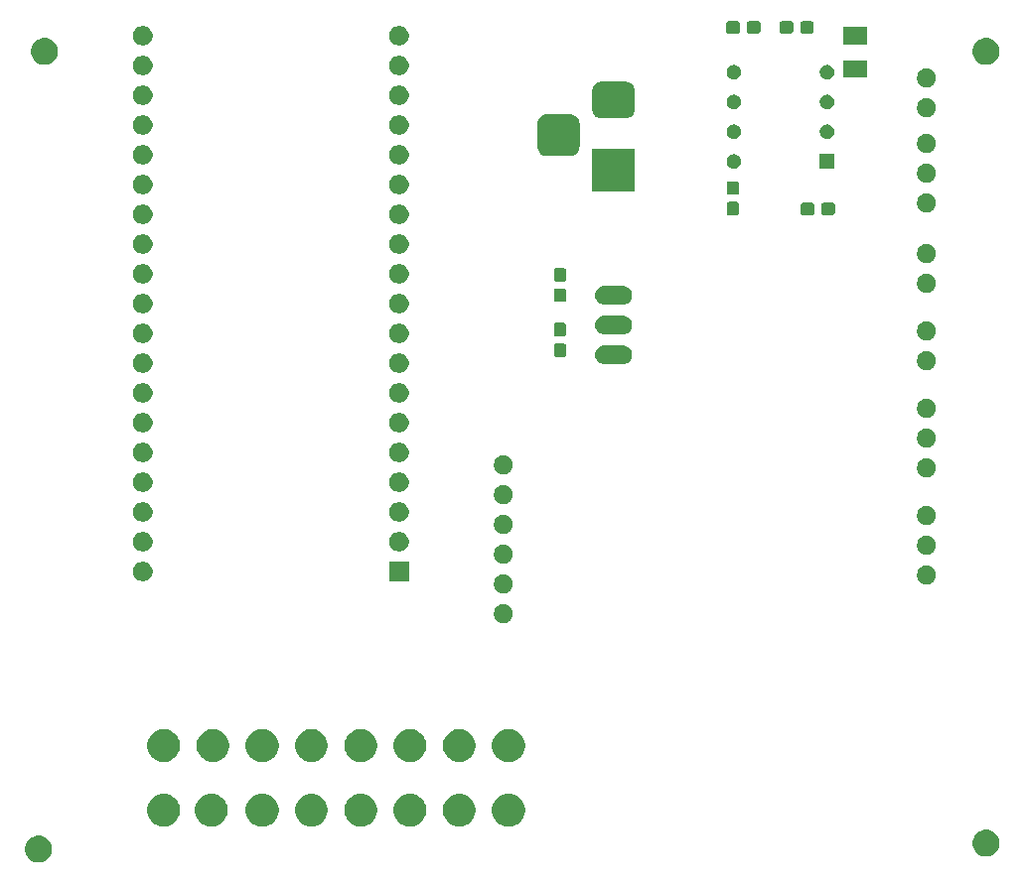
<source format=gbr>
G04 #@! TF.GenerationSoftware,KiCad,Pcbnew,(5.1.4)-1*
G04 #@! TF.CreationDate,2021-11-04T16:38:15-05:00*
G04 #@! TF.ProjectId,CareMate,43617265-4d61-4746-952e-6b696361645f,rev?*
G04 #@! TF.SameCoordinates,Original*
G04 #@! TF.FileFunction,Soldermask,Top*
G04 #@! TF.FilePolarity,Negative*
%FSLAX46Y46*%
G04 Gerber Fmt 4.6, Leading zero omitted, Abs format (unit mm)*
G04 Created by KiCad (PCBNEW (5.1.4)-1) date 2021-11-04 16:38:15*
%MOMM*%
%LPD*%
G04 APERTURE LIST*
%ADD10C,0.100000*%
G04 APERTURE END LIST*
D10*
G36*
X52294549Y-96661116D02*
G01*
X52405734Y-96683232D01*
X52615203Y-96769997D01*
X52803720Y-96895960D01*
X52964040Y-97056280D01*
X53090003Y-97244797D01*
X53176768Y-97454266D01*
X53221000Y-97676636D01*
X53221000Y-97903364D01*
X53176768Y-98125734D01*
X53115416Y-98273850D01*
X53103755Y-98302004D01*
X53090003Y-98335203D01*
X52964040Y-98523720D01*
X52803720Y-98684040D01*
X52615203Y-98810003D01*
X52405734Y-98896768D01*
X52294549Y-98918884D01*
X52183365Y-98941000D01*
X51956635Y-98941000D01*
X51845451Y-98918884D01*
X51734266Y-98896768D01*
X51524797Y-98810003D01*
X51336280Y-98684040D01*
X51175960Y-98523720D01*
X51049997Y-98335203D01*
X51036246Y-98302004D01*
X51024584Y-98273850D01*
X50963232Y-98125734D01*
X50919000Y-97903364D01*
X50919000Y-97676636D01*
X50963232Y-97454266D01*
X51049997Y-97244797D01*
X51175960Y-97056280D01*
X51336280Y-96895960D01*
X51524797Y-96769997D01*
X51734266Y-96683232D01*
X51845451Y-96661116D01*
X51956635Y-96639000D01*
X52183365Y-96639000D01*
X52294549Y-96661116D01*
X52294549Y-96661116D01*
G37*
G36*
X133066549Y-96153116D02*
G01*
X133177734Y-96175232D01*
X133387203Y-96261997D01*
X133575720Y-96387960D01*
X133736040Y-96548280D01*
X133796657Y-96639000D01*
X133862004Y-96736799D01*
X133875755Y-96769997D01*
X133948768Y-96946266D01*
X133993000Y-97168636D01*
X133993000Y-97395364D01*
X133948768Y-97617734D01*
X133862003Y-97827203D01*
X133736040Y-98015720D01*
X133575720Y-98176040D01*
X133387203Y-98302003D01*
X133177734Y-98388768D01*
X133066549Y-98410884D01*
X132955365Y-98433000D01*
X132728635Y-98433000D01*
X132617451Y-98410884D01*
X132506266Y-98388768D01*
X132296797Y-98302003D01*
X132108280Y-98176040D01*
X131947960Y-98015720D01*
X131821997Y-97827203D01*
X131735232Y-97617734D01*
X131691000Y-97395364D01*
X131691000Y-97168636D01*
X131735232Y-96946266D01*
X131808245Y-96769997D01*
X131821996Y-96736799D01*
X131887343Y-96639000D01*
X131947960Y-96548280D01*
X132108280Y-96387960D01*
X132296797Y-96261997D01*
X132506266Y-96175232D01*
X132617451Y-96153116D01*
X132728635Y-96131000D01*
X132955365Y-96131000D01*
X133066549Y-96153116D01*
X133066549Y-96153116D01*
G37*
G36*
X92456433Y-93122893D02*
G01*
X92546657Y-93140839D01*
X92652267Y-93184585D01*
X92801621Y-93246449D01*
X92801622Y-93246450D01*
X93031086Y-93399772D01*
X93226228Y-93594914D01*
X93328675Y-93748237D01*
X93379551Y-93824379D01*
X93485161Y-94079344D01*
X93539000Y-94350012D01*
X93539000Y-94625988D01*
X93485161Y-94896656D01*
X93379551Y-95151621D01*
X93379550Y-95151622D01*
X93226228Y-95381086D01*
X93031086Y-95576228D01*
X92877763Y-95678675D01*
X92801621Y-95729551D01*
X92652267Y-95791415D01*
X92546657Y-95835161D01*
X92456433Y-95853107D01*
X92275988Y-95889000D01*
X92000012Y-95889000D01*
X91819567Y-95853107D01*
X91729343Y-95835161D01*
X91623733Y-95791415D01*
X91474379Y-95729551D01*
X91398237Y-95678675D01*
X91244914Y-95576228D01*
X91049772Y-95381086D01*
X90896450Y-95151622D01*
X90896449Y-95151621D01*
X90790839Y-94896656D01*
X90737000Y-94625988D01*
X90737000Y-94350012D01*
X90790839Y-94079344D01*
X90896449Y-93824379D01*
X90947325Y-93748237D01*
X91049772Y-93594914D01*
X91244914Y-93399772D01*
X91474378Y-93246450D01*
X91474379Y-93246449D01*
X91623733Y-93184585D01*
X91729343Y-93140839D01*
X91819567Y-93122893D01*
X92000012Y-93087000D01*
X92275988Y-93087000D01*
X92456433Y-93122893D01*
X92456433Y-93122893D01*
G37*
G36*
X67120433Y-93122893D02*
G01*
X67210657Y-93140839D01*
X67316267Y-93184585D01*
X67465621Y-93246449D01*
X67465622Y-93246450D01*
X67695086Y-93399772D01*
X67890228Y-93594914D01*
X67992675Y-93748237D01*
X68043551Y-93824379D01*
X68149161Y-94079344D01*
X68203000Y-94350012D01*
X68203000Y-94625988D01*
X68149161Y-94896656D01*
X68043551Y-95151621D01*
X68043550Y-95151622D01*
X67890228Y-95381086D01*
X67695086Y-95576228D01*
X67541763Y-95678675D01*
X67465621Y-95729551D01*
X67316267Y-95791415D01*
X67210657Y-95835161D01*
X67120433Y-95853107D01*
X66939988Y-95889000D01*
X66664012Y-95889000D01*
X66483567Y-95853107D01*
X66393343Y-95835161D01*
X66287733Y-95791415D01*
X66138379Y-95729551D01*
X66062237Y-95678675D01*
X65908914Y-95576228D01*
X65713772Y-95381086D01*
X65560450Y-95151622D01*
X65560449Y-95151621D01*
X65454839Y-94896656D01*
X65401000Y-94625988D01*
X65401000Y-94350012D01*
X65454839Y-94079344D01*
X65560449Y-93824379D01*
X65611325Y-93748237D01*
X65713772Y-93594914D01*
X65908914Y-93399772D01*
X66138378Y-93246450D01*
X66138379Y-93246449D01*
X66287733Y-93184585D01*
X66393343Y-93140839D01*
X66483567Y-93122893D01*
X66664012Y-93087000D01*
X66939988Y-93087000D01*
X67120433Y-93122893D01*
X67120433Y-93122893D01*
G37*
G36*
X63056433Y-93122893D02*
G01*
X63146657Y-93140839D01*
X63252267Y-93184585D01*
X63401621Y-93246449D01*
X63401622Y-93246450D01*
X63631086Y-93399772D01*
X63826228Y-93594914D01*
X63928675Y-93748237D01*
X63979551Y-93824379D01*
X64085161Y-94079344D01*
X64139000Y-94350012D01*
X64139000Y-94625988D01*
X64085161Y-94896656D01*
X63979551Y-95151621D01*
X63979550Y-95151622D01*
X63826228Y-95381086D01*
X63631086Y-95576228D01*
X63477763Y-95678675D01*
X63401621Y-95729551D01*
X63252267Y-95791415D01*
X63146657Y-95835161D01*
X63056433Y-95853107D01*
X62875988Y-95889000D01*
X62600012Y-95889000D01*
X62419567Y-95853107D01*
X62329343Y-95835161D01*
X62223733Y-95791415D01*
X62074379Y-95729551D01*
X61998237Y-95678675D01*
X61844914Y-95576228D01*
X61649772Y-95381086D01*
X61496450Y-95151622D01*
X61496449Y-95151621D01*
X61390839Y-94896656D01*
X61337000Y-94625988D01*
X61337000Y-94350012D01*
X61390839Y-94079344D01*
X61496449Y-93824379D01*
X61547325Y-93748237D01*
X61649772Y-93594914D01*
X61844914Y-93399772D01*
X62074378Y-93246450D01*
X62074379Y-93246449D01*
X62223733Y-93184585D01*
X62329343Y-93140839D01*
X62419567Y-93122893D01*
X62600012Y-93087000D01*
X62875988Y-93087000D01*
X63056433Y-93122893D01*
X63056433Y-93122893D01*
G37*
G36*
X71456433Y-93122893D02*
G01*
X71546657Y-93140839D01*
X71652267Y-93184585D01*
X71801621Y-93246449D01*
X71801622Y-93246450D01*
X72031086Y-93399772D01*
X72226228Y-93594914D01*
X72328675Y-93748237D01*
X72379551Y-93824379D01*
X72485161Y-94079344D01*
X72539000Y-94350012D01*
X72539000Y-94625988D01*
X72485161Y-94896656D01*
X72379551Y-95151621D01*
X72379550Y-95151622D01*
X72226228Y-95381086D01*
X72031086Y-95576228D01*
X71877763Y-95678675D01*
X71801621Y-95729551D01*
X71652267Y-95791415D01*
X71546657Y-95835161D01*
X71456433Y-95853107D01*
X71275988Y-95889000D01*
X71000012Y-95889000D01*
X70819567Y-95853107D01*
X70729343Y-95835161D01*
X70623733Y-95791415D01*
X70474379Y-95729551D01*
X70398237Y-95678675D01*
X70244914Y-95576228D01*
X70049772Y-95381086D01*
X69896450Y-95151622D01*
X69896449Y-95151621D01*
X69790839Y-94896656D01*
X69737000Y-94625988D01*
X69737000Y-94350012D01*
X69790839Y-94079344D01*
X69896449Y-93824379D01*
X69947325Y-93748237D01*
X70049772Y-93594914D01*
X70244914Y-93399772D01*
X70474378Y-93246450D01*
X70474379Y-93246449D01*
X70623733Y-93184585D01*
X70729343Y-93140839D01*
X70819567Y-93122893D01*
X71000012Y-93087000D01*
X71275988Y-93087000D01*
X71456433Y-93122893D01*
X71456433Y-93122893D01*
G37*
G36*
X75656433Y-93122893D02*
G01*
X75746657Y-93140839D01*
X75852267Y-93184585D01*
X76001621Y-93246449D01*
X76001622Y-93246450D01*
X76231086Y-93399772D01*
X76426228Y-93594914D01*
X76528675Y-93748237D01*
X76579551Y-93824379D01*
X76685161Y-94079344D01*
X76739000Y-94350012D01*
X76739000Y-94625988D01*
X76685161Y-94896656D01*
X76579551Y-95151621D01*
X76579550Y-95151622D01*
X76426228Y-95381086D01*
X76231086Y-95576228D01*
X76077763Y-95678675D01*
X76001621Y-95729551D01*
X75852267Y-95791415D01*
X75746657Y-95835161D01*
X75656433Y-95853107D01*
X75475988Y-95889000D01*
X75200012Y-95889000D01*
X75019567Y-95853107D01*
X74929343Y-95835161D01*
X74823733Y-95791415D01*
X74674379Y-95729551D01*
X74598237Y-95678675D01*
X74444914Y-95576228D01*
X74249772Y-95381086D01*
X74096450Y-95151622D01*
X74096449Y-95151621D01*
X73990839Y-94896656D01*
X73937000Y-94625988D01*
X73937000Y-94350012D01*
X73990839Y-94079344D01*
X74096449Y-93824379D01*
X74147325Y-93748237D01*
X74249772Y-93594914D01*
X74444914Y-93399772D01*
X74674378Y-93246450D01*
X74674379Y-93246449D01*
X74823733Y-93184585D01*
X74929343Y-93140839D01*
X75019567Y-93122893D01*
X75200012Y-93087000D01*
X75475988Y-93087000D01*
X75656433Y-93122893D01*
X75656433Y-93122893D01*
G37*
G36*
X84056433Y-93122893D02*
G01*
X84146657Y-93140839D01*
X84252267Y-93184585D01*
X84401621Y-93246449D01*
X84401622Y-93246450D01*
X84631086Y-93399772D01*
X84826228Y-93594914D01*
X84928675Y-93748237D01*
X84979551Y-93824379D01*
X85085161Y-94079344D01*
X85139000Y-94350012D01*
X85139000Y-94625988D01*
X85085161Y-94896656D01*
X84979551Y-95151621D01*
X84979550Y-95151622D01*
X84826228Y-95381086D01*
X84631086Y-95576228D01*
X84477763Y-95678675D01*
X84401621Y-95729551D01*
X84252267Y-95791415D01*
X84146657Y-95835161D01*
X84056433Y-95853107D01*
X83875988Y-95889000D01*
X83600012Y-95889000D01*
X83419567Y-95853107D01*
X83329343Y-95835161D01*
X83223733Y-95791415D01*
X83074379Y-95729551D01*
X82998237Y-95678675D01*
X82844914Y-95576228D01*
X82649772Y-95381086D01*
X82496450Y-95151622D01*
X82496449Y-95151621D01*
X82390839Y-94896656D01*
X82337000Y-94625988D01*
X82337000Y-94350012D01*
X82390839Y-94079344D01*
X82496449Y-93824379D01*
X82547325Y-93748237D01*
X82649772Y-93594914D01*
X82844914Y-93399772D01*
X83074378Y-93246450D01*
X83074379Y-93246449D01*
X83223733Y-93184585D01*
X83329343Y-93140839D01*
X83419567Y-93122893D01*
X83600012Y-93087000D01*
X83875988Y-93087000D01*
X84056433Y-93122893D01*
X84056433Y-93122893D01*
G37*
G36*
X88256433Y-93122893D02*
G01*
X88346657Y-93140839D01*
X88452267Y-93184585D01*
X88601621Y-93246449D01*
X88601622Y-93246450D01*
X88831086Y-93399772D01*
X89026228Y-93594914D01*
X89128675Y-93748237D01*
X89179551Y-93824379D01*
X89285161Y-94079344D01*
X89339000Y-94350012D01*
X89339000Y-94625988D01*
X89285161Y-94896656D01*
X89179551Y-95151621D01*
X89179550Y-95151622D01*
X89026228Y-95381086D01*
X88831086Y-95576228D01*
X88677763Y-95678675D01*
X88601621Y-95729551D01*
X88452267Y-95791415D01*
X88346657Y-95835161D01*
X88256433Y-95853107D01*
X88075988Y-95889000D01*
X87800012Y-95889000D01*
X87619567Y-95853107D01*
X87529343Y-95835161D01*
X87423733Y-95791415D01*
X87274379Y-95729551D01*
X87198237Y-95678675D01*
X87044914Y-95576228D01*
X86849772Y-95381086D01*
X86696450Y-95151622D01*
X86696449Y-95151621D01*
X86590839Y-94896656D01*
X86537000Y-94625988D01*
X86537000Y-94350012D01*
X86590839Y-94079344D01*
X86696449Y-93824379D01*
X86747325Y-93748237D01*
X86849772Y-93594914D01*
X87044914Y-93399772D01*
X87274378Y-93246450D01*
X87274379Y-93246449D01*
X87423733Y-93184585D01*
X87529343Y-93140839D01*
X87619567Y-93122893D01*
X87800012Y-93087000D01*
X88075988Y-93087000D01*
X88256433Y-93122893D01*
X88256433Y-93122893D01*
G37*
G36*
X79856433Y-93122893D02*
G01*
X79946657Y-93140839D01*
X80052267Y-93184585D01*
X80201621Y-93246449D01*
X80201622Y-93246450D01*
X80431086Y-93399772D01*
X80626228Y-93594914D01*
X80728675Y-93748237D01*
X80779551Y-93824379D01*
X80885161Y-94079344D01*
X80939000Y-94350012D01*
X80939000Y-94625988D01*
X80885161Y-94896656D01*
X80779551Y-95151621D01*
X80779550Y-95151622D01*
X80626228Y-95381086D01*
X80431086Y-95576228D01*
X80277763Y-95678675D01*
X80201621Y-95729551D01*
X80052267Y-95791415D01*
X79946657Y-95835161D01*
X79856433Y-95853107D01*
X79675988Y-95889000D01*
X79400012Y-95889000D01*
X79219567Y-95853107D01*
X79129343Y-95835161D01*
X79023733Y-95791415D01*
X78874379Y-95729551D01*
X78798237Y-95678675D01*
X78644914Y-95576228D01*
X78449772Y-95381086D01*
X78296450Y-95151622D01*
X78296449Y-95151621D01*
X78190839Y-94896656D01*
X78137000Y-94625988D01*
X78137000Y-94350012D01*
X78190839Y-94079344D01*
X78296449Y-93824379D01*
X78347325Y-93748237D01*
X78449772Y-93594914D01*
X78644914Y-93399772D01*
X78874378Y-93246450D01*
X78874379Y-93246449D01*
X79023733Y-93184585D01*
X79129343Y-93140839D01*
X79219567Y-93122893D01*
X79400012Y-93087000D01*
X79675988Y-93087000D01*
X79856433Y-93122893D01*
X79856433Y-93122893D01*
G37*
G36*
X92456433Y-87602893D02*
G01*
X92546657Y-87620839D01*
X92652267Y-87664585D01*
X92801621Y-87726449D01*
X92801622Y-87726450D01*
X93031086Y-87879772D01*
X93226228Y-88074914D01*
X93328675Y-88228237D01*
X93379551Y-88304379D01*
X93485161Y-88559344D01*
X93539000Y-88830012D01*
X93539000Y-89105988D01*
X93485161Y-89376656D01*
X93379551Y-89631621D01*
X93379550Y-89631622D01*
X93226228Y-89861086D01*
X93031086Y-90056228D01*
X92877763Y-90158675D01*
X92801621Y-90209551D01*
X92652267Y-90271415D01*
X92546657Y-90315161D01*
X92456433Y-90333107D01*
X92275988Y-90369000D01*
X92000012Y-90369000D01*
X91819567Y-90333107D01*
X91729343Y-90315161D01*
X91623733Y-90271415D01*
X91474379Y-90209551D01*
X91398237Y-90158675D01*
X91244914Y-90056228D01*
X91049772Y-89861086D01*
X90896450Y-89631622D01*
X90896449Y-89631621D01*
X90790839Y-89376656D01*
X90737000Y-89105988D01*
X90737000Y-88830012D01*
X90790839Y-88559344D01*
X90896449Y-88304379D01*
X90947325Y-88228237D01*
X91049772Y-88074914D01*
X91244914Y-87879772D01*
X91474378Y-87726450D01*
X91474379Y-87726449D01*
X91623733Y-87664585D01*
X91729343Y-87620839D01*
X91819567Y-87602893D01*
X92000012Y-87567000D01*
X92275988Y-87567000D01*
X92456433Y-87602893D01*
X92456433Y-87602893D01*
G37*
G36*
X71456433Y-87602893D02*
G01*
X71546657Y-87620839D01*
X71652267Y-87664585D01*
X71801621Y-87726449D01*
X71801622Y-87726450D01*
X72031086Y-87879772D01*
X72226228Y-88074914D01*
X72328675Y-88228237D01*
X72379551Y-88304379D01*
X72485161Y-88559344D01*
X72539000Y-88830012D01*
X72539000Y-89105988D01*
X72485161Y-89376656D01*
X72379551Y-89631621D01*
X72379550Y-89631622D01*
X72226228Y-89861086D01*
X72031086Y-90056228D01*
X71877763Y-90158675D01*
X71801621Y-90209551D01*
X71652267Y-90271415D01*
X71546657Y-90315161D01*
X71456433Y-90333107D01*
X71275988Y-90369000D01*
X71000012Y-90369000D01*
X70819567Y-90333107D01*
X70729343Y-90315161D01*
X70623733Y-90271415D01*
X70474379Y-90209551D01*
X70398237Y-90158675D01*
X70244914Y-90056228D01*
X70049772Y-89861086D01*
X69896450Y-89631622D01*
X69896449Y-89631621D01*
X69790839Y-89376656D01*
X69737000Y-89105988D01*
X69737000Y-88830012D01*
X69790839Y-88559344D01*
X69896449Y-88304379D01*
X69947325Y-88228237D01*
X70049772Y-88074914D01*
X70244914Y-87879772D01*
X70474378Y-87726450D01*
X70474379Y-87726449D01*
X70623733Y-87664585D01*
X70729343Y-87620839D01*
X70819567Y-87602893D01*
X71000012Y-87567000D01*
X71275988Y-87567000D01*
X71456433Y-87602893D01*
X71456433Y-87602893D01*
G37*
G36*
X88256433Y-87602893D02*
G01*
X88346657Y-87620839D01*
X88452267Y-87664585D01*
X88601621Y-87726449D01*
X88601622Y-87726450D01*
X88831086Y-87879772D01*
X89026228Y-88074914D01*
X89128675Y-88228237D01*
X89179551Y-88304379D01*
X89285161Y-88559344D01*
X89339000Y-88830012D01*
X89339000Y-89105988D01*
X89285161Y-89376656D01*
X89179551Y-89631621D01*
X89179550Y-89631622D01*
X89026228Y-89861086D01*
X88831086Y-90056228D01*
X88677763Y-90158675D01*
X88601621Y-90209551D01*
X88452267Y-90271415D01*
X88346657Y-90315161D01*
X88256433Y-90333107D01*
X88075988Y-90369000D01*
X87800012Y-90369000D01*
X87619567Y-90333107D01*
X87529343Y-90315161D01*
X87423733Y-90271415D01*
X87274379Y-90209551D01*
X87198237Y-90158675D01*
X87044914Y-90056228D01*
X86849772Y-89861086D01*
X86696450Y-89631622D01*
X86696449Y-89631621D01*
X86590839Y-89376656D01*
X86537000Y-89105988D01*
X86537000Y-88830012D01*
X86590839Y-88559344D01*
X86696449Y-88304379D01*
X86747325Y-88228237D01*
X86849772Y-88074914D01*
X87044914Y-87879772D01*
X87274378Y-87726450D01*
X87274379Y-87726449D01*
X87423733Y-87664585D01*
X87529343Y-87620839D01*
X87619567Y-87602893D01*
X87800012Y-87567000D01*
X88075988Y-87567000D01*
X88256433Y-87602893D01*
X88256433Y-87602893D01*
G37*
G36*
X84056433Y-87602893D02*
G01*
X84146657Y-87620839D01*
X84252267Y-87664585D01*
X84401621Y-87726449D01*
X84401622Y-87726450D01*
X84631086Y-87879772D01*
X84826228Y-88074914D01*
X84928675Y-88228237D01*
X84979551Y-88304379D01*
X85085161Y-88559344D01*
X85139000Y-88830012D01*
X85139000Y-89105988D01*
X85085161Y-89376656D01*
X84979551Y-89631621D01*
X84979550Y-89631622D01*
X84826228Y-89861086D01*
X84631086Y-90056228D01*
X84477763Y-90158675D01*
X84401621Y-90209551D01*
X84252267Y-90271415D01*
X84146657Y-90315161D01*
X84056433Y-90333107D01*
X83875988Y-90369000D01*
X83600012Y-90369000D01*
X83419567Y-90333107D01*
X83329343Y-90315161D01*
X83223733Y-90271415D01*
X83074379Y-90209551D01*
X82998237Y-90158675D01*
X82844914Y-90056228D01*
X82649772Y-89861086D01*
X82496450Y-89631622D01*
X82496449Y-89631621D01*
X82390839Y-89376656D01*
X82337000Y-89105988D01*
X82337000Y-88830012D01*
X82390839Y-88559344D01*
X82496449Y-88304379D01*
X82547325Y-88228237D01*
X82649772Y-88074914D01*
X82844914Y-87879772D01*
X83074378Y-87726450D01*
X83074379Y-87726449D01*
X83223733Y-87664585D01*
X83329343Y-87620839D01*
X83419567Y-87602893D01*
X83600012Y-87567000D01*
X83875988Y-87567000D01*
X84056433Y-87602893D01*
X84056433Y-87602893D01*
G37*
G36*
X79856433Y-87602893D02*
G01*
X79946657Y-87620839D01*
X80052267Y-87664585D01*
X80201621Y-87726449D01*
X80201622Y-87726450D01*
X80431086Y-87879772D01*
X80626228Y-88074914D01*
X80728675Y-88228237D01*
X80779551Y-88304379D01*
X80885161Y-88559344D01*
X80939000Y-88830012D01*
X80939000Y-89105988D01*
X80885161Y-89376656D01*
X80779551Y-89631621D01*
X80779550Y-89631622D01*
X80626228Y-89861086D01*
X80431086Y-90056228D01*
X80277763Y-90158675D01*
X80201621Y-90209551D01*
X80052267Y-90271415D01*
X79946657Y-90315161D01*
X79856433Y-90333107D01*
X79675988Y-90369000D01*
X79400012Y-90369000D01*
X79219567Y-90333107D01*
X79129343Y-90315161D01*
X79023733Y-90271415D01*
X78874379Y-90209551D01*
X78798237Y-90158675D01*
X78644914Y-90056228D01*
X78449772Y-89861086D01*
X78296450Y-89631622D01*
X78296449Y-89631621D01*
X78190839Y-89376656D01*
X78137000Y-89105988D01*
X78137000Y-88830012D01*
X78190839Y-88559344D01*
X78296449Y-88304379D01*
X78347325Y-88228237D01*
X78449772Y-88074914D01*
X78644914Y-87879772D01*
X78874378Y-87726450D01*
X78874379Y-87726449D01*
X79023733Y-87664585D01*
X79129343Y-87620839D01*
X79219567Y-87602893D01*
X79400012Y-87567000D01*
X79675988Y-87567000D01*
X79856433Y-87602893D01*
X79856433Y-87602893D01*
G37*
G36*
X75656433Y-87602893D02*
G01*
X75746657Y-87620839D01*
X75852267Y-87664585D01*
X76001621Y-87726449D01*
X76001622Y-87726450D01*
X76231086Y-87879772D01*
X76426228Y-88074914D01*
X76528675Y-88228237D01*
X76579551Y-88304379D01*
X76685161Y-88559344D01*
X76739000Y-88830012D01*
X76739000Y-89105988D01*
X76685161Y-89376656D01*
X76579551Y-89631621D01*
X76579550Y-89631622D01*
X76426228Y-89861086D01*
X76231086Y-90056228D01*
X76077763Y-90158675D01*
X76001621Y-90209551D01*
X75852267Y-90271415D01*
X75746657Y-90315161D01*
X75656433Y-90333107D01*
X75475988Y-90369000D01*
X75200012Y-90369000D01*
X75019567Y-90333107D01*
X74929343Y-90315161D01*
X74823733Y-90271415D01*
X74674379Y-90209551D01*
X74598237Y-90158675D01*
X74444914Y-90056228D01*
X74249772Y-89861086D01*
X74096450Y-89631622D01*
X74096449Y-89631621D01*
X73990839Y-89376656D01*
X73937000Y-89105988D01*
X73937000Y-88830012D01*
X73990839Y-88559344D01*
X74096449Y-88304379D01*
X74147325Y-88228237D01*
X74249772Y-88074914D01*
X74444914Y-87879772D01*
X74674378Y-87726450D01*
X74674379Y-87726449D01*
X74823733Y-87664585D01*
X74929343Y-87620839D01*
X75019567Y-87602893D01*
X75200012Y-87567000D01*
X75475988Y-87567000D01*
X75656433Y-87602893D01*
X75656433Y-87602893D01*
G37*
G36*
X67256433Y-87602893D02*
G01*
X67346657Y-87620839D01*
X67452267Y-87664585D01*
X67601621Y-87726449D01*
X67601622Y-87726450D01*
X67831086Y-87879772D01*
X68026228Y-88074914D01*
X68128675Y-88228237D01*
X68179551Y-88304379D01*
X68285161Y-88559344D01*
X68339000Y-88830012D01*
X68339000Y-89105988D01*
X68285161Y-89376656D01*
X68179551Y-89631621D01*
X68179550Y-89631622D01*
X68026228Y-89861086D01*
X67831086Y-90056228D01*
X67677763Y-90158675D01*
X67601621Y-90209551D01*
X67452267Y-90271415D01*
X67346657Y-90315161D01*
X67256433Y-90333107D01*
X67075988Y-90369000D01*
X66800012Y-90369000D01*
X66619567Y-90333107D01*
X66529343Y-90315161D01*
X66423733Y-90271415D01*
X66274379Y-90209551D01*
X66198237Y-90158675D01*
X66044914Y-90056228D01*
X65849772Y-89861086D01*
X65696450Y-89631622D01*
X65696449Y-89631621D01*
X65590839Y-89376656D01*
X65537000Y-89105988D01*
X65537000Y-88830012D01*
X65590839Y-88559344D01*
X65696449Y-88304379D01*
X65747325Y-88228237D01*
X65849772Y-88074914D01*
X66044914Y-87879772D01*
X66274378Y-87726450D01*
X66274379Y-87726449D01*
X66423733Y-87664585D01*
X66529343Y-87620839D01*
X66619567Y-87602893D01*
X66800012Y-87567000D01*
X67075988Y-87567000D01*
X67256433Y-87602893D01*
X67256433Y-87602893D01*
G37*
G36*
X63056433Y-87602893D02*
G01*
X63146657Y-87620839D01*
X63252267Y-87664585D01*
X63401621Y-87726449D01*
X63401622Y-87726450D01*
X63631086Y-87879772D01*
X63826228Y-88074914D01*
X63928675Y-88228237D01*
X63979551Y-88304379D01*
X64085161Y-88559344D01*
X64139000Y-88830012D01*
X64139000Y-89105988D01*
X64085161Y-89376656D01*
X63979551Y-89631621D01*
X63979550Y-89631622D01*
X63826228Y-89861086D01*
X63631086Y-90056228D01*
X63477763Y-90158675D01*
X63401621Y-90209551D01*
X63252267Y-90271415D01*
X63146657Y-90315161D01*
X63056433Y-90333107D01*
X62875988Y-90369000D01*
X62600012Y-90369000D01*
X62419567Y-90333107D01*
X62329343Y-90315161D01*
X62223733Y-90271415D01*
X62074379Y-90209551D01*
X61998237Y-90158675D01*
X61844914Y-90056228D01*
X61649772Y-89861086D01*
X61496450Y-89631622D01*
X61496449Y-89631621D01*
X61390839Y-89376656D01*
X61337000Y-89105988D01*
X61337000Y-88830012D01*
X61390839Y-88559344D01*
X61496449Y-88304379D01*
X61547325Y-88228237D01*
X61649772Y-88074914D01*
X61844914Y-87879772D01*
X62074378Y-87726450D01*
X62074379Y-87726449D01*
X62223733Y-87664585D01*
X62329343Y-87620839D01*
X62419567Y-87602893D01*
X62600012Y-87567000D01*
X62875988Y-87567000D01*
X63056433Y-87602893D01*
X63056433Y-87602893D01*
G37*
G36*
X91931142Y-76942242D02*
G01*
X92079101Y-77003529D01*
X92212255Y-77092499D01*
X92325501Y-77205745D01*
X92414471Y-77338899D01*
X92475758Y-77486858D01*
X92507000Y-77643925D01*
X92507000Y-77804075D01*
X92475758Y-77961142D01*
X92414471Y-78109101D01*
X92325501Y-78242255D01*
X92212255Y-78355501D01*
X92079101Y-78444471D01*
X91931142Y-78505758D01*
X91774075Y-78537000D01*
X91613925Y-78537000D01*
X91456858Y-78505758D01*
X91308899Y-78444471D01*
X91175745Y-78355501D01*
X91062499Y-78242255D01*
X90973529Y-78109101D01*
X90912242Y-77961142D01*
X90881000Y-77804075D01*
X90881000Y-77643925D01*
X90912242Y-77486858D01*
X90973529Y-77338899D01*
X91062499Y-77205745D01*
X91175745Y-77092499D01*
X91308899Y-77003529D01*
X91456858Y-76942242D01*
X91613925Y-76911000D01*
X91774075Y-76911000D01*
X91931142Y-76942242D01*
X91931142Y-76942242D01*
G37*
G36*
X91931142Y-74402242D02*
G01*
X92079101Y-74463529D01*
X92212255Y-74552499D01*
X92325501Y-74665745D01*
X92414471Y-74798899D01*
X92475758Y-74946858D01*
X92507000Y-75103925D01*
X92507000Y-75264075D01*
X92475758Y-75421142D01*
X92414471Y-75569101D01*
X92325501Y-75702255D01*
X92212255Y-75815501D01*
X92079101Y-75904471D01*
X91931142Y-75965758D01*
X91774075Y-75997000D01*
X91613925Y-75997000D01*
X91456858Y-75965758D01*
X91308899Y-75904471D01*
X91175745Y-75815501D01*
X91062499Y-75702255D01*
X90973529Y-75569101D01*
X90912242Y-75421142D01*
X90881000Y-75264075D01*
X90881000Y-75103925D01*
X90912242Y-74946858D01*
X90973529Y-74798899D01*
X91062499Y-74665745D01*
X91175745Y-74552499D01*
X91308899Y-74463529D01*
X91456858Y-74402242D01*
X91613925Y-74371000D01*
X91774075Y-74371000D01*
X91931142Y-74402242D01*
X91931142Y-74402242D01*
G37*
G36*
X127999142Y-73640242D02*
G01*
X128147101Y-73701529D01*
X128280255Y-73790499D01*
X128393501Y-73903745D01*
X128482471Y-74036899D01*
X128543758Y-74184858D01*
X128575000Y-74341925D01*
X128575000Y-74502075D01*
X128543758Y-74659142D01*
X128482471Y-74807101D01*
X128393501Y-74940255D01*
X128280255Y-75053501D01*
X128147101Y-75142471D01*
X127999142Y-75203758D01*
X127842075Y-75235000D01*
X127681925Y-75235000D01*
X127524858Y-75203758D01*
X127376899Y-75142471D01*
X127243745Y-75053501D01*
X127130499Y-74940255D01*
X127041529Y-74807101D01*
X126980242Y-74659142D01*
X126949000Y-74502075D01*
X126949000Y-74341925D01*
X126980242Y-74184858D01*
X127041529Y-74036899D01*
X127130499Y-73903745D01*
X127243745Y-73790499D01*
X127376899Y-73701529D01*
X127524858Y-73640242D01*
X127681925Y-73609000D01*
X127842075Y-73609000D01*
X127999142Y-73640242D01*
X127999142Y-73640242D01*
G37*
G36*
X61202394Y-73316934D02*
G01*
X61353624Y-73379576D01*
X61353626Y-73379577D01*
X61489732Y-73470520D01*
X61605480Y-73586268D01*
X61696423Y-73722374D01*
X61696424Y-73722376D01*
X61759066Y-73873606D01*
X61791000Y-74034152D01*
X61791000Y-74197848D01*
X61759066Y-74358394D01*
X61715517Y-74463529D01*
X61696423Y-74509626D01*
X61605480Y-74645732D01*
X61489732Y-74761480D01*
X61353626Y-74852423D01*
X61353625Y-74852424D01*
X61353624Y-74852424D01*
X61202394Y-74915066D01*
X61041848Y-74947000D01*
X60878152Y-74947000D01*
X60717606Y-74915066D01*
X60566376Y-74852424D01*
X60566375Y-74852424D01*
X60566374Y-74852423D01*
X60430268Y-74761480D01*
X60314520Y-74645732D01*
X60223577Y-74509626D01*
X60204483Y-74463529D01*
X60160934Y-74358394D01*
X60129000Y-74197848D01*
X60129000Y-74034152D01*
X60160934Y-73873606D01*
X60223576Y-73722376D01*
X60223577Y-73722374D01*
X60314520Y-73586268D01*
X60430268Y-73470520D01*
X60566374Y-73379577D01*
X60566376Y-73379576D01*
X60717606Y-73316934D01*
X60878152Y-73285000D01*
X61041848Y-73285000D01*
X61202394Y-73316934D01*
X61202394Y-73316934D01*
G37*
G36*
X83635000Y-74947000D02*
G01*
X81973000Y-74947000D01*
X81973000Y-73285000D01*
X83635000Y-73285000D01*
X83635000Y-74947000D01*
X83635000Y-74947000D01*
G37*
G36*
X91931142Y-71862242D02*
G01*
X92079101Y-71923529D01*
X92212255Y-72012499D01*
X92325501Y-72125745D01*
X92414471Y-72258899D01*
X92475758Y-72406858D01*
X92507000Y-72563925D01*
X92507000Y-72724075D01*
X92475758Y-72881142D01*
X92414471Y-73029101D01*
X92325501Y-73162255D01*
X92212255Y-73275501D01*
X92079101Y-73364471D01*
X91931142Y-73425758D01*
X91774075Y-73457000D01*
X91613925Y-73457000D01*
X91456858Y-73425758D01*
X91308899Y-73364471D01*
X91175745Y-73275501D01*
X91062499Y-73162255D01*
X90973529Y-73029101D01*
X90912242Y-72881142D01*
X90881000Y-72724075D01*
X90881000Y-72563925D01*
X90912242Y-72406858D01*
X90973529Y-72258899D01*
X91062499Y-72125745D01*
X91175745Y-72012499D01*
X91308899Y-71923529D01*
X91456858Y-71862242D01*
X91613925Y-71831000D01*
X91774075Y-71831000D01*
X91931142Y-71862242D01*
X91931142Y-71862242D01*
G37*
G36*
X127999142Y-71100242D02*
G01*
X128147101Y-71161529D01*
X128280255Y-71250499D01*
X128393501Y-71363745D01*
X128482471Y-71496899D01*
X128543758Y-71644858D01*
X128575000Y-71801925D01*
X128575000Y-71962075D01*
X128543758Y-72119142D01*
X128482471Y-72267101D01*
X128393501Y-72400255D01*
X128280255Y-72513501D01*
X128147101Y-72602471D01*
X127999142Y-72663758D01*
X127842075Y-72695000D01*
X127681925Y-72695000D01*
X127524858Y-72663758D01*
X127376899Y-72602471D01*
X127243745Y-72513501D01*
X127130499Y-72400255D01*
X127041529Y-72267101D01*
X126980242Y-72119142D01*
X126949000Y-71962075D01*
X126949000Y-71801925D01*
X126980242Y-71644858D01*
X127041529Y-71496899D01*
X127130499Y-71363745D01*
X127243745Y-71250499D01*
X127376899Y-71161529D01*
X127524858Y-71100242D01*
X127681925Y-71069000D01*
X127842075Y-71069000D01*
X127999142Y-71100242D01*
X127999142Y-71100242D01*
G37*
G36*
X83046394Y-70776934D02*
G01*
X83197624Y-70839576D01*
X83197626Y-70839577D01*
X83333732Y-70930520D01*
X83449480Y-71046268D01*
X83540423Y-71182374D01*
X83540424Y-71182376D01*
X83603066Y-71333606D01*
X83635000Y-71494152D01*
X83635000Y-71657848D01*
X83603066Y-71818394D01*
X83559517Y-71923529D01*
X83540423Y-71969626D01*
X83449480Y-72105732D01*
X83333732Y-72221480D01*
X83197626Y-72312423D01*
X83197625Y-72312424D01*
X83197624Y-72312424D01*
X83046394Y-72375066D01*
X82885848Y-72407000D01*
X82722152Y-72407000D01*
X82561606Y-72375066D01*
X82410376Y-72312424D01*
X82410375Y-72312424D01*
X82410374Y-72312423D01*
X82274268Y-72221480D01*
X82158520Y-72105732D01*
X82067577Y-71969626D01*
X82048483Y-71923529D01*
X82004934Y-71818394D01*
X81973000Y-71657848D01*
X81973000Y-71494152D01*
X82004934Y-71333606D01*
X82067576Y-71182376D01*
X82067577Y-71182374D01*
X82158520Y-71046268D01*
X82274268Y-70930520D01*
X82410374Y-70839577D01*
X82410376Y-70839576D01*
X82561606Y-70776934D01*
X82722152Y-70745000D01*
X82885848Y-70745000D01*
X83046394Y-70776934D01*
X83046394Y-70776934D01*
G37*
G36*
X61202394Y-70776934D02*
G01*
X61353624Y-70839576D01*
X61353626Y-70839577D01*
X61489732Y-70930520D01*
X61605480Y-71046268D01*
X61696423Y-71182374D01*
X61696424Y-71182376D01*
X61759066Y-71333606D01*
X61791000Y-71494152D01*
X61791000Y-71657848D01*
X61759066Y-71818394D01*
X61715517Y-71923529D01*
X61696423Y-71969626D01*
X61605480Y-72105732D01*
X61489732Y-72221480D01*
X61353626Y-72312423D01*
X61353625Y-72312424D01*
X61353624Y-72312424D01*
X61202394Y-72375066D01*
X61041848Y-72407000D01*
X60878152Y-72407000D01*
X60717606Y-72375066D01*
X60566376Y-72312424D01*
X60566375Y-72312424D01*
X60566374Y-72312423D01*
X60430268Y-72221480D01*
X60314520Y-72105732D01*
X60223577Y-71969626D01*
X60204483Y-71923529D01*
X60160934Y-71818394D01*
X60129000Y-71657848D01*
X60129000Y-71494152D01*
X60160934Y-71333606D01*
X60223576Y-71182376D01*
X60223577Y-71182374D01*
X60314520Y-71046268D01*
X60430268Y-70930520D01*
X60566374Y-70839577D01*
X60566376Y-70839576D01*
X60717606Y-70776934D01*
X60878152Y-70745000D01*
X61041848Y-70745000D01*
X61202394Y-70776934D01*
X61202394Y-70776934D01*
G37*
G36*
X91931142Y-69322242D02*
G01*
X92079101Y-69383529D01*
X92212255Y-69472499D01*
X92325501Y-69585745D01*
X92414471Y-69718899D01*
X92475758Y-69866858D01*
X92507000Y-70023925D01*
X92507000Y-70184075D01*
X92475758Y-70341142D01*
X92414471Y-70489101D01*
X92325501Y-70622255D01*
X92212255Y-70735501D01*
X92079101Y-70824471D01*
X91931142Y-70885758D01*
X91774075Y-70917000D01*
X91613925Y-70917000D01*
X91456858Y-70885758D01*
X91308899Y-70824471D01*
X91175745Y-70735501D01*
X91062499Y-70622255D01*
X90973529Y-70489101D01*
X90912242Y-70341142D01*
X90881000Y-70184075D01*
X90881000Y-70023925D01*
X90912242Y-69866858D01*
X90973529Y-69718899D01*
X91062499Y-69585745D01*
X91175745Y-69472499D01*
X91308899Y-69383529D01*
X91456858Y-69322242D01*
X91613925Y-69291000D01*
X91774075Y-69291000D01*
X91931142Y-69322242D01*
X91931142Y-69322242D01*
G37*
G36*
X127999142Y-68560242D02*
G01*
X128147101Y-68621529D01*
X128280255Y-68710499D01*
X128393501Y-68823745D01*
X128482471Y-68956899D01*
X128543758Y-69104858D01*
X128575000Y-69261925D01*
X128575000Y-69422075D01*
X128543758Y-69579142D01*
X128482471Y-69727101D01*
X128393501Y-69860255D01*
X128280255Y-69973501D01*
X128147101Y-70062471D01*
X127999142Y-70123758D01*
X127842075Y-70155000D01*
X127681925Y-70155000D01*
X127524858Y-70123758D01*
X127376899Y-70062471D01*
X127243745Y-69973501D01*
X127130499Y-69860255D01*
X127041529Y-69727101D01*
X126980242Y-69579142D01*
X126949000Y-69422075D01*
X126949000Y-69261925D01*
X126980242Y-69104858D01*
X127041529Y-68956899D01*
X127130499Y-68823745D01*
X127243745Y-68710499D01*
X127376899Y-68621529D01*
X127524858Y-68560242D01*
X127681925Y-68529000D01*
X127842075Y-68529000D01*
X127999142Y-68560242D01*
X127999142Y-68560242D01*
G37*
G36*
X61202394Y-68236934D02*
G01*
X61353624Y-68299576D01*
X61353626Y-68299577D01*
X61489732Y-68390520D01*
X61605480Y-68506268D01*
X61696423Y-68642374D01*
X61696424Y-68642376D01*
X61759066Y-68793606D01*
X61791000Y-68954152D01*
X61791000Y-69117848D01*
X61759066Y-69278394D01*
X61715517Y-69383529D01*
X61696423Y-69429626D01*
X61605480Y-69565732D01*
X61489732Y-69681480D01*
X61353626Y-69772423D01*
X61353625Y-69772424D01*
X61353624Y-69772424D01*
X61202394Y-69835066D01*
X61041848Y-69867000D01*
X60878152Y-69867000D01*
X60717606Y-69835066D01*
X60566376Y-69772424D01*
X60566375Y-69772424D01*
X60566374Y-69772423D01*
X60430268Y-69681480D01*
X60314520Y-69565732D01*
X60223577Y-69429626D01*
X60204483Y-69383529D01*
X60160934Y-69278394D01*
X60129000Y-69117848D01*
X60129000Y-68954152D01*
X60160934Y-68793606D01*
X60223576Y-68642376D01*
X60223577Y-68642374D01*
X60314520Y-68506268D01*
X60430268Y-68390520D01*
X60566374Y-68299577D01*
X60566376Y-68299576D01*
X60717606Y-68236934D01*
X60878152Y-68205000D01*
X61041848Y-68205000D01*
X61202394Y-68236934D01*
X61202394Y-68236934D01*
G37*
G36*
X83046394Y-68236934D02*
G01*
X83197624Y-68299576D01*
X83197626Y-68299577D01*
X83333732Y-68390520D01*
X83449480Y-68506268D01*
X83540423Y-68642374D01*
X83540424Y-68642376D01*
X83603066Y-68793606D01*
X83635000Y-68954152D01*
X83635000Y-69117848D01*
X83603066Y-69278394D01*
X83559517Y-69383529D01*
X83540423Y-69429626D01*
X83449480Y-69565732D01*
X83333732Y-69681480D01*
X83197626Y-69772423D01*
X83197625Y-69772424D01*
X83197624Y-69772424D01*
X83046394Y-69835066D01*
X82885848Y-69867000D01*
X82722152Y-69867000D01*
X82561606Y-69835066D01*
X82410376Y-69772424D01*
X82410375Y-69772424D01*
X82410374Y-69772423D01*
X82274268Y-69681480D01*
X82158520Y-69565732D01*
X82067577Y-69429626D01*
X82048483Y-69383529D01*
X82004934Y-69278394D01*
X81973000Y-69117848D01*
X81973000Y-68954152D01*
X82004934Y-68793606D01*
X82067576Y-68642376D01*
X82067577Y-68642374D01*
X82158520Y-68506268D01*
X82274268Y-68390520D01*
X82410374Y-68299577D01*
X82410376Y-68299576D01*
X82561606Y-68236934D01*
X82722152Y-68205000D01*
X82885848Y-68205000D01*
X83046394Y-68236934D01*
X83046394Y-68236934D01*
G37*
G36*
X91931142Y-66782242D02*
G01*
X92079101Y-66843529D01*
X92212255Y-66932499D01*
X92325501Y-67045745D01*
X92414471Y-67178899D01*
X92475758Y-67326858D01*
X92507000Y-67483925D01*
X92507000Y-67644075D01*
X92475758Y-67801142D01*
X92414471Y-67949101D01*
X92325501Y-68082255D01*
X92212255Y-68195501D01*
X92079101Y-68284471D01*
X91931142Y-68345758D01*
X91774075Y-68377000D01*
X91613925Y-68377000D01*
X91456858Y-68345758D01*
X91308899Y-68284471D01*
X91175745Y-68195501D01*
X91062499Y-68082255D01*
X90973529Y-67949101D01*
X90912242Y-67801142D01*
X90881000Y-67644075D01*
X90881000Y-67483925D01*
X90912242Y-67326858D01*
X90973529Y-67178899D01*
X91062499Y-67045745D01*
X91175745Y-66932499D01*
X91308899Y-66843529D01*
X91456858Y-66782242D01*
X91613925Y-66751000D01*
X91774075Y-66751000D01*
X91931142Y-66782242D01*
X91931142Y-66782242D01*
G37*
G36*
X61202394Y-65696934D02*
G01*
X61353624Y-65759576D01*
X61353626Y-65759577D01*
X61489732Y-65850520D01*
X61605480Y-65966268D01*
X61688823Y-66091000D01*
X61696424Y-66102376D01*
X61759066Y-66253606D01*
X61791000Y-66414152D01*
X61791000Y-66577848D01*
X61759066Y-66738394D01*
X61715517Y-66843529D01*
X61696423Y-66889626D01*
X61605480Y-67025732D01*
X61489732Y-67141480D01*
X61353626Y-67232423D01*
X61353625Y-67232424D01*
X61353624Y-67232424D01*
X61202394Y-67295066D01*
X61041848Y-67327000D01*
X60878152Y-67327000D01*
X60717606Y-67295066D01*
X60566376Y-67232424D01*
X60566375Y-67232424D01*
X60566374Y-67232423D01*
X60430268Y-67141480D01*
X60314520Y-67025732D01*
X60223577Y-66889626D01*
X60204483Y-66843529D01*
X60160934Y-66738394D01*
X60129000Y-66577848D01*
X60129000Y-66414152D01*
X60160934Y-66253606D01*
X60223576Y-66102376D01*
X60231177Y-66091000D01*
X60314520Y-65966268D01*
X60430268Y-65850520D01*
X60566374Y-65759577D01*
X60566376Y-65759576D01*
X60717606Y-65696934D01*
X60878152Y-65665000D01*
X61041848Y-65665000D01*
X61202394Y-65696934D01*
X61202394Y-65696934D01*
G37*
G36*
X83046394Y-65696934D02*
G01*
X83197624Y-65759576D01*
X83197626Y-65759577D01*
X83333732Y-65850520D01*
X83449480Y-65966268D01*
X83532823Y-66091000D01*
X83540424Y-66102376D01*
X83603066Y-66253606D01*
X83635000Y-66414152D01*
X83635000Y-66577848D01*
X83603066Y-66738394D01*
X83559517Y-66843529D01*
X83540423Y-66889626D01*
X83449480Y-67025732D01*
X83333732Y-67141480D01*
X83197626Y-67232423D01*
X83197625Y-67232424D01*
X83197624Y-67232424D01*
X83046394Y-67295066D01*
X82885848Y-67327000D01*
X82722152Y-67327000D01*
X82561606Y-67295066D01*
X82410376Y-67232424D01*
X82410375Y-67232424D01*
X82410374Y-67232423D01*
X82274268Y-67141480D01*
X82158520Y-67025732D01*
X82067577Y-66889626D01*
X82048483Y-66843529D01*
X82004934Y-66738394D01*
X81973000Y-66577848D01*
X81973000Y-66414152D01*
X82004934Y-66253606D01*
X82067576Y-66102376D01*
X82075177Y-66091000D01*
X82158520Y-65966268D01*
X82274268Y-65850520D01*
X82410374Y-65759577D01*
X82410376Y-65759576D01*
X82561606Y-65696934D01*
X82722152Y-65665000D01*
X82885848Y-65665000D01*
X83046394Y-65696934D01*
X83046394Y-65696934D01*
G37*
G36*
X127999142Y-64496242D02*
G01*
X128147101Y-64557529D01*
X128280255Y-64646499D01*
X128393501Y-64759745D01*
X128482471Y-64892899D01*
X128543758Y-65040858D01*
X128575000Y-65197925D01*
X128575000Y-65358075D01*
X128543758Y-65515142D01*
X128482471Y-65663101D01*
X128393501Y-65796255D01*
X128280255Y-65909501D01*
X128147101Y-65998471D01*
X127999142Y-66059758D01*
X127842075Y-66091000D01*
X127681925Y-66091000D01*
X127524858Y-66059758D01*
X127376899Y-65998471D01*
X127243745Y-65909501D01*
X127130499Y-65796255D01*
X127041529Y-65663101D01*
X126980242Y-65515142D01*
X126949000Y-65358075D01*
X126949000Y-65197925D01*
X126980242Y-65040858D01*
X127041529Y-64892899D01*
X127130499Y-64759745D01*
X127243745Y-64646499D01*
X127376899Y-64557529D01*
X127524858Y-64496242D01*
X127681925Y-64465000D01*
X127842075Y-64465000D01*
X127999142Y-64496242D01*
X127999142Y-64496242D01*
G37*
G36*
X91931142Y-64242242D02*
G01*
X92079101Y-64303529D01*
X92212255Y-64392499D01*
X92325501Y-64505745D01*
X92414471Y-64638899D01*
X92475758Y-64786858D01*
X92507000Y-64943925D01*
X92507000Y-65104075D01*
X92475758Y-65261142D01*
X92414471Y-65409101D01*
X92325501Y-65542255D01*
X92212255Y-65655501D01*
X92079101Y-65744471D01*
X91931142Y-65805758D01*
X91774075Y-65837000D01*
X91613925Y-65837000D01*
X91456858Y-65805758D01*
X91308899Y-65744471D01*
X91175745Y-65655501D01*
X91062499Y-65542255D01*
X90973529Y-65409101D01*
X90912242Y-65261142D01*
X90881000Y-65104075D01*
X90881000Y-64943925D01*
X90912242Y-64786858D01*
X90973529Y-64638899D01*
X91062499Y-64505745D01*
X91175745Y-64392499D01*
X91308899Y-64303529D01*
X91456858Y-64242242D01*
X91613925Y-64211000D01*
X91774075Y-64211000D01*
X91931142Y-64242242D01*
X91931142Y-64242242D01*
G37*
G36*
X61202394Y-63156934D02*
G01*
X61353624Y-63219576D01*
X61353626Y-63219577D01*
X61489732Y-63310520D01*
X61605480Y-63426268D01*
X61688823Y-63551000D01*
X61696424Y-63562376D01*
X61759066Y-63713606D01*
X61791000Y-63874152D01*
X61791000Y-64037848D01*
X61759066Y-64198394D01*
X61715517Y-64303529D01*
X61696423Y-64349626D01*
X61605480Y-64485732D01*
X61489732Y-64601480D01*
X61353626Y-64692423D01*
X61353625Y-64692424D01*
X61353624Y-64692424D01*
X61202394Y-64755066D01*
X61041848Y-64787000D01*
X60878152Y-64787000D01*
X60717606Y-64755066D01*
X60566376Y-64692424D01*
X60566375Y-64692424D01*
X60566374Y-64692423D01*
X60430268Y-64601480D01*
X60314520Y-64485732D01*
X60223577Y-64349626D01*
X60204483Y-64303529D01*
X60160934Y-64198394D01*
X60129000Y-64037848D01*
X60129000Y-63874152D01*
X60160934Y-63713606D01*
X60223576Y-63562376D01*
X60231177Y-63551000D01*
X60314520Y-63426268D01*
X60430268Y-63310520D01*
X60566374Y-63219577D01*
X60566376Y-63219576D01*
X60717606Y-63156934D01*
X60878152Y-63125000D01*
X61041848Y-63125000D01*
X61202394Y-63156934D01*
X61202394Y-63156934D01*
G37*
G36*
X83046394Y-63156934D02*
G01*
X83197624Y-63219576D01*
X83197626Y-63219577D01*
X83333732Y-63310520D01*
X83449480Y-63426268D01*
X83532823Y-63551000D01*
X83540424Y-63562376D01*
X83603066Y-63713606D01*
X83635000Y-63874152D01*
X83635000Y-64037848D01*
X83603066Y-64198394D01*
X83559517Y-64303529D01*
X83540423Y-64349626D01*
X83449480Y-64485732D01*
X83333732Y-64601480D01*
X83197626Y-64692423D01*
X83197625Y-64692424D01*
X83197624Y-64692424D01*
X83046394Y-64755066D01*
X82885848Y-64787000D01*
X82722152Y-64787000D01*
X82561606Y-64755066D01*
X82410376Y-64692424D01*
X82410375Y-64692424D01*
X82410374Y-64692423D01*
X82274268Y-64601480D01*
X82158520Y-64485732D01*
X82067577Y-64349626D01*
X82048483Y-64303529D01*
X82004934Y-64198394D01*
X81973000Y-64037848D01*
X81973000Y-63874152D01*
X82004934Y-63713606D01*
X82067576Y-63562376D01*
X82075177Y-63551000D01*
X82158520Y-63426268D01*
X82274268Y-63310520D01*
X82410374Y-63219577D01*
X82410376Y-63219576D01*
X82561606Y-63156934D01*
X82722152Y-63125000D01*
X82885848Y-63125000D01*
X83046394Y-63156934D01*
X83046394Y-63156934D01*
G37*
G36*
X127999142Y-61956242D02*
G01*
X128147101Y-62017529D01*
X128280255Y-62106499D01*
X128393501Y-62219745D01*
X128482471Y-62352899D01*
X128543758Y-62500858D01*
X128575000Y-62657925D01*
X128575000Y-62818075D01*
X128543758Y-62975142D01*
X128482471Y-63123101D01*
X128393501Y-63256255D01*
X128280255Y-63369501D01*
X128147101Y-63458471D01*
X127999142Y-63519758D01*
X127842075Y-63551000D01*
X127681925Y-63551000D01*
X127524858Y-63519758D01*
X127376899Y-63458471D01*
X127243745Y-63369501D01*
X127130499Y-63256255D01*
X127041529Y-63123101D01*
X126980242Y-62975142D01*
X126949000Y-62818075D01*
X126949000Y-62657925D01*
X126980242Y-62500858D01*
X127041529Y-62352899D01*
X127130499Y-62219745D01*
X127243745Y-62106499D01*
X127376899Y-62017529D01*
X127524858Y-61956242D01*
X127681925Y-61925000D01*
X127842075Y-61925000D01*
X127999142Y-61956242D01*
X127999142Y-61956242D01*
G37*
G36*
X61202394Y-60616934D02*
G01*
X61353624Y-60679576D01*
X61353626Y-60679577D01*
X61489732Y-60770520D01*
X61605480Y-60886268D01*
X61688823Y-61011000D01*
X61696424Y-61022376D01*
X61759066Y-61173606D01*
X61791000Y-61334152D01*
X61791000Y-61497848D01*
X61759066Y-61658394D01*
X61696424Y-61809624D01*
X61696423Y-61809626D01*
X61605480Y-61945732D01*
X61489732Y-62061480D01*
X61353626Y-62152423D01*
X61353625Y-62152424D01*
X61353624Y-62152424D01*
X61202394Y-62215066D01*
X61041848Y-62247000D01*
X60878152Y-62247000D01*
X60717606Y-62215066D01*
X60566376Y-62152424D01*
X60566375Y-62152424D01*
X60566374Y-62152423D01*
X60430268Y-62061480D01*
X60314520Y-61945732D01*
X60223577Y-61809626D01*
X60223576Y-61809624D01*
X60160934Y-61658394D01*
X60129000Y-61497848D01*
X60129000Y-61334152D01*
X60160934Y-61173606D01*
X60223576Y-61022376D01*
X60231177Y-61011000D01*
X60314520Y-60886268D01*
X60430268Y-60770520D01*
X60566374Y-60679577D01*
X60566376Y-60679576D01*
X60717606Y-60616934D01*
X60878152Y-60585000D01*
X61041848Y-60585000D01*
X61202394Y-60616934D01*
X61202394Y-60616934D01*
G37*
G36*
X83046394Y-60616934D02*
G01*
X83197624Y-60679576D01*
X83197626Y-60679577D01*
X83333732Y-60770520D01*
X83449480Y-60886268D01*
X83532823Y-61011000D01*
X83540424Y-61022376D01*
X83603066Y-61173606D01*
X83635000Y-61334152D01*
X83635000Y-61497848D01*
X83603066Y-61658394D01*
X83540424Y-61809624D01*
X83540423Y-61809626D01*
X83449480Y-61945732D01*
X83333732Y-62061480D01*
X83197626Y-62152423D01*
X83197625Y-62152424D01*
X83197624Y-62152424D01*
X83046394Y-62215066D01*
X82885848Y-62247000D01*
X82722152Y-62247000D01*
X82561606Y-62215066D01*
X82410376Y-62152424D01*
X82410375Y-62152424D01*
X82410374Y-62152423D01*
X82274268Y-62061480D01*
X82158520Y-61945732D01*
X82067577Y-61809626D01*
X82067576Y-61809624D01*
X82004934Y-61658394D01*
X81973000Y-61497848D01*
X81973000Y-61334152D01*
X82004934Y-61173606D01*
X82067576Y-61022376D01*
X82075177Y-61011000D01*
X82158520Y-60886268D01*
X82274268Y-60770520D01*
X82410374Y-60679577D01*
X82410376Y-60679576D01*
X82561606Y-60616934D01*
X82722152Y-60585000D01*
X82885848Y-60585000D01*
X83046394Y-60616934D01*
X83046394Y-60616934D01*
G37*
G36*
X127999142Y-59416242D02*
G01*
X128147101Y-59477529D01*
X128280255Y-59566499D01*
X128393501Y-59679745D01*
X128482471Y-59812899D01*
X128543758Y-59960858D01*
X128575000Y-60117925D01*
X128575000Y-60278075D01*
X128543758Y-60435142D01*
X128482471Y-60583101D01*
X128393501Y-60716255D01*
X128280255Y-60829501D01*
X128147101Y-60918471D01*
X127999142Y-60979758D01*
X127842075Y-61011000D01*
X127681925Y-61011000D01*
X127524858Y-60979758D01*
X127376899Y-60918471D01*
X127243745Y-60829501D01*
X127130499Y-60716255D01*
X127041529Y-60583101D01*
X126980242Y-60435142D01*
X126949000Y-60278075D01*
X126949000Y-60117925D01*
X126980242Y-59960858D01*
X127041529Y-59812899D01*
X127130499Y-59679745D01*
X127243745Y-59566499D01*
X127376899Y-59477529D01*
X127524858Y-59416242D01*
X127681925Y-59385000D01*
X127842075Y-59385000D01*
X127999142Y-59416242D01*
X127999142Y-59416242D01*
G37*
G36*
X83046394Y-58076934D02*
G01*
X83197624Y-58139576D01*
X83197626Y-58139577D01*
X83333732Y-58230520D01*
X83449480Y-58346268D01*
X83540423Y-58482374D01*
X83540424Y-58482376D01*
X83603066Y-58633606D01*
X83635000Y-58794152D01*
X83635000Y-58957848D01*
X83603066Y-59118394D01*
X83540424Y-59269624D01*
X83540423Y-59269626D01*
X83449480Y-59405732D01*
X83333732Y-59521480D01*
X83197626Y-59612423D01*
X83197625Y-59612424D01*
X83197624Y-59612424D01*
X83046394Y-59675066D01*
X82885848Y-59707000D01*
X82722152Y-59707000D01*
X82561606Y-59675066D01*
X82410376Y-59612424D01*
X82410375Y-59612424D01*
X82410374Y-59612423D01*
X82274268Y-59521480D01*
X82158520Y-59405732D01*
X82067577Y-59269626D01*
X82067576Y-59269624D01*
X82004934Y-59118394D01*
X81973000Y-58957848D01*
X81973000Y-58794152D01*
X82004934Y-58633606D01*
X82067576Y-58482376D01*
X82067577Y-58482374D01*
X82158520Y-58346268D01*
X82274268Y-58230520D01*
X82410374Y-58139577D01*
X82410376Y-58139576D01*
X82561606Y-58076934D01*
X82722152Y-58045000D01*
X82885848Y-58045000D01*
X83046394Y-58076934D01*
X83046394Y-58076934D01*
G37*
G36*
X61202394Y-58076934D02*
G01*
X61353624Y-58139576D01*
X61353626Y-58139577D01*
X61489732Y-58230520D01*
X61605480Y-58346268D01*
X61696423Y-58482374D01*
X61696424Y-58482376D01*
X61759066Y-58633606D01*
X61791000Y-58794152D01*
X61791000Y-58957848D01*
X61759066Y-59118394D01*
X61696424Y-59269624D01*
X61696423Y-59269626D01*
X61605480Y-59405732D01*
X61489732Y-59521480D01*
X61353626Y-59612423D01*
X61353625Y-59612424D01*
X61353624Y-59612424D01*
X61202394Y-59675066D01*
X61041848Y-59707000D01*
X60878152Y-59707000D01*
X60717606Y-59675066D01*
X60566376Y-59612424D01*
X60566375Y-59612424D01*
X60566374Y-59612423D01*
X60430268Y-59521480D01*
X60314520Y-59405732D01*
X60223577Y-59269626D01*
X60223576Y-59269624D01*
X60160934Y-59118394D01*
X60129000Y-58957848D01*
X60129000Y-58794152D01*
X60160934Y-58633606D01*
X60223576Y-58482376D01*
X60223577Y-58482374D01*
X60314520Y-58346268D01*
X60430268Y-58230520D01*
X60566374Y-58139577D01*
X60566376Y-58139576D01*
X60717606Y-58076934D01*
X60878152Y-58045000D01*
X61041848Y-58045000D01*
X61202394Y-58076934D01*
X61202394Y-58076934D01*
G37*
G36*
X61202394Y-55536934D02*
G01*
X61353624Y-55599576D01*
X61353626Y-55599577D01*
X61489732Y-55690520D01*
X61605480Y-55806268D01*
X61666010Y-55896858D01*
X61696424Y-55942376D01*
X61759066Y-56093606D01*
X61791000Y-56254152D01*
X61791000Y-56417848D01*
X61759066Y-56578394D01*
X61696424Y-56729624D01*
X61696423Y-56729626D01*
X61605480Y-56865732D01*
X61489732Y-56981480D01*
X61353626Y-57072423D01*
X61353625Y-57072424D01*
X61353624Y-57072424D01*
X61202394Y-57135066D01*
X61041848Y-57167000D01*
X60878152Y-57167000D01*
X60717606Y-57135066D01*
X60566376Y-57072424D01*
X60566375Y-57072424D01*
X60566374Y-57072423D01*
X60430268Y-56981480D01*
X60314520Y-56865732D01*
X60223577Y-56729626D01*
X60223576Y-56729624D01*
X60160934Y-56578394D01*
X60129000Y-56417848D01*
X60129000Y-56254152D01*
X60160934Y-56093606D01*
X60223576Y-55942376D01*
X60253990Y-55896858D01*
X60314520Y-55806268D01*
X60430268Y-55690520D01*
X60566374Y-55599577D01*
X60566376Y-55599576D01*
X60717606Y-55536934D01*
X60878152Y-55505000D01*
X61041848Y-55505000D01*
X61202394Y-55536934D01*
X61202394Y-55536934D01*
G37*
G36*
X83046394Y-55536934D02*
G01*
X83197624Y-55599576D01*
X83197626Y-55599577D01*
X83333732Y-55690520D01*
X83449480Y-55806268D01*
X83510010Y-55896858D01*
X83540424Y-55942376D01*
X83603066Y-56093606D01*
X83635000Y-56254152D01*
X83635000Y-56417848D01*
X83603066Y-56578394D01*
X83540424Y-56729624D01*
X83540423Y-56729626D01*
X83449480Y-56865732D01*
X83333732Y-56981480D01*
X83197626Y-57072423D01*
X83197625Y-57072424D01*
X83197624Y-57072424D01*
X83046394Y-57135066D01*
X82885848Y-57167000D01*
X82722152Y-57167000D01*
X82561606Y-57135066D01*
X82410376Y-57072424D01*
X82410375Y-57072424D01*
X82410374Y-57072423D01*
X82274268Y-56981480D01*
X82158520Y-56865732D01*
X82067577Y-56729626D01*
X82067576Y-56729624D01*
X82004934Y-56578394D01*
X81973000Y-56417848D01*
X81973000Y-56254152D01*
X82004934Y-56093606D01*
X82067576Y-55942376D01*
X82097990Y-55896858D01*
X82158520Y-55806268D01*
X82274268Y-55690520D01*
X82410374Y-55599577D01*
X82410376Y-55599576D01*
X82561606Y-55536934D01*
X82722152Y-55505000D01*
X82885848Y-55505000D01*
X83046394Y-55536934D01*
X83046394Y-55536934D01*
G37*
G36*
X127999142Y-55352242D02*
G01*
X128147101Y-55413529D01*
X128280255Y-55502499D01*
X128393501Y-55615745D01*
X128482471Y-55748899D01*
X128543758Y-55896858D01*
X128575000Y-56053925D01*
X128575000Y-56214075D01*
X128543758Y-56371142D01*
X128482471Y-56519101D01*
X128393501Y-56652255D01*
X128280255Y-56765501D01*
X128147101Y-56854471D01*
X127999142Y-56915758D01*
X127842075Y-56947000D01*
X127681925Y-56947000D01*
X127524858Y-56915758D01*
X127376899Y-56854471D01*
X127243745Y-56765501D01*
X127130499Y-56652255D01*
X127041529Y-56519101D01*
X126980242Y-56371142D01*
X126949000Y-56214075D01*
X126949000Y-56053925D01*
X126980242Y-55896858D01*
X127041529Y-55748899D01*
X127130499Y-55615745D01*
X127243745Y-55502499D01*
X127376899Y-55413529D01*
X127524858Y-55352242D01*
X127681925Y-55321000D01*
X127842075Y-55321000D01*
X127999142Y-55352242D01*
X127999142Y-55352242D01*
G37*
G36*
X101929480Y-54816501D02*
G01*
X102013376Y-54824764D01*
X102151591Y-54866691D01*
X102166630Y-54871253D01*
X102307863Y-54946744D01*
X102431659Y-55048341D01*
X102533256Y-55172137D01*
X102608747Y-55313370D01*
X102608748Y-55313373D01*
X102655236Y-55466624D01*
X102670933Y-55626000D01*
X102655236Y-55785376D01*
X102648898Y-55806269D01*
X102608747Y-55938630D01*
X102533256Y-56079863D01*
X102431659Y-56203659D01*
X102307863Y-56305256D01*
X102166630Y-56380747D01*
X102166627Y-56380748D01*
X102013376Y-56427236D01*
X101933747Y-56435079D01*
X101893934Y-56439000D01*
X100290066Y-56439000D01*
X100250253Y-56435079D01*
X100170624Y-56427236D01*
X100017373Y-56380748D01*
X100017370Y-56380747D01*
X99876137Y-56305256D01*
X99752341Y-56203659D01*
X99650744Y-56079863D01*
X99575253Y-55938630D01*
X99535102Y-55806269D01*
X99528764Y-55785376D01*
X99513067Y-55626000D01*
X99528764Y-55466624D01*
X99575252Y-55313373D01*
X99575253Y-55313370D01*
X99650744Y-55172137D01*
X99752341Y-55048341D01*
X99876137Y-54946744D01*
X100017370Y-54871253D01*
X100032409Y-54866691D01*
X100170624Y-54824764D01*
X100254520Y-54816501D01*
X100290066Y-54813000D01*
X101893934Y-54813000D01*
X101929480Y-54816501D01*
X101929480Y-54816501D01*
G37*
G36*
X96884499Y-54659445D02*
G01*
X96921995Y-54670820D01*
X96956554Y-54689292D01*
X96986847Y-54714153D01*
X97011708Y-54744446D01*
X97030180Y-54779005D01*
X97041555Y-54816501D01*
X97046000Y-54861638D01*
X97046000Y-55600362D01*
X97041555Y-55645499D01*
X97030180Y-55682995D01*
X97011708Y-55717554D01*
X96986847Y-55747847D01*
X96956554Y-55772708D01*
X96921995Y-55791180D01*
X96884499Y-55802555D01*
X96839362Y-55807000D01*
X96200638Y-55807000D01*
X96155501Y-55802555D01*
X96118005Y-55791180D01*
X96083446Y-55772708D01*
X96053153Y-55747847D01*
X96028292Y-55717554D01*
X96009820Y-55682995D01*
X95998445Y-55645499D01*
X95994000Y-55600362D01*
X95994000Y-54861638D01*
X95998445Y-54816501D01*
X96009820Y-54779005D01*
X96028292Y-54744446D01*
X96053153Y-54714153D01*
X96083446Y-54689292D01*
X96118005Y-54670820D01*
X96155501Y-54659445D01*
X96200638Y-54655000D01*
X96839362Y-54655000D01*
X96884499Y-54659445D01*
X96884499Y-54659445D01*
G37*
G36*
X61202394Y-52996934D02*
G01*
X61353624Y-53059576D01*
X61353626Y-53059577D01*
X61489732Y-53150520D01*
X61605480Y-53266268D01*
X61666010Y-53356858D01*
X61696424Y-53402376D01*
X61759066Y-53553606D01*
X61791000Y-53714152D01*
X61791000Y-53877848D01*
X61759066Y-54038394D01*
X61696424Y-54189624D01*
X61696423Y-54189626D01*
X61605480Y-54325732D01*
X61489732Y-54441480D01*
X61353626Y-54532423D01*
X61353625Y-54532424D01*
X61353624Y-54532424D01*
X61202394Y-54595066D01*
X61041848Y-54627000D01*
X60878152Y-54627000D01*
X60717606Y-54595066D01*
X60566376Y-54532424D01*
X60566375Y-54532424D01*
X60566374Y-54532423D01*
X60430268Y-54441480D01*
X60314520Y-54325732D01*
X60223577Y-54189626D01*
X60223576Y-54189624D01*
X60160934Y-54038394D01*
X60129000Y-53877848D01*
X60129000Y-53714152D01*
X60160934Y-53553606D01*
X60223576Y-53402376D01*
X60253990Y-53356858D01*
X60314520Y-53266268D01*
X60430268Y-53150520D01*
X60566374Y-53059577D01*
X60566376Y-53059576D01*
X60717606Y-52996934D01*
X60878152Y-52965000D01*
X61041848Y-52965000D01*
X61202394Y-52996934D01*
X61202394Y-52996934D01*
G37*
G36*
X83046394Y-52996934D02*
G01*
X83197624Y-53059576D01*
X83197626Y-53059577D01*
X83333732Y-53150520D01*
X83449480Y-53266268D01*
X83510010Y-53356858D01*
X83540424Y-53402376D01*
X83603066Y-53553606D01*
X83635000Y-53714152D01*
X83635000Y-53877848D01*
X83603066Y-54038394D01*
X83540424Y-54189624D01*
X83540423Y-54189626D01*
X83449480Y-54325732D01*
X83333732Y-54441480D01*
X83197626Y-54532423D01*
X83197625Y-54532424D01*
X83197624Y-54532424D01*
X83046394Y-54595066D01*
X82885848Y-54627000D01*
X82722152Y-54627000D01*
X82561606Y-54595066D01*
X82410376Y-54532424D01*
X82410375Y-54532424D01*
X82410374Y-54532423D01*
X82274268Y-54441480D01*
X82158520Y-54325732D01*
X82067577Y-54189626D01*
X82067576Y-54189624D01*
X82004934Y-54038394D01*
X81973000Y-53877848D01*
X81973000Y-53714152D01*
X82004934Y-53553606D01*
X82067576Y-53402376D01*
X82097990Y-53356858D01*
X82158520Y-53266268D01*
X82274268Y-53150520D01*
X82410374Y-53059577D01*
X82410376Y-53059576D01*
X82561606Y-52996934D01*
X82722152Y-52965000D01*
X82885848Y-52965000D01*
X83046394Y-52996934D01*
X83046394Y-52996934D01*
G37*
G36*
X127999142Y-52812242D02*
G01*
X128147101Y-52873529D01*
X128280255Y-52962499D01*
X128393501Y-53075745D01*
X128482471Y-53208899D01*
X128543758Y-53356858D01*
X128575000Y-53513925D01*
X128575000Y-53674075D01*
X128543758Y-53831142D01*
X128482471Y-53979101D01*
X128393501Y-54112255D01*
X128280255Y-54225501D01*
X128147101Y-54314471D01*
X127999142Y-54375758D01*
X127842075Y-54407000D01*
X127681925Y-54407000D01*
X127524858Y-54375758D01*
X127376899Y-54314471D01*
X127243745Y-54225501D01*
X127130499Y-54112255D01*
X127041529Y-53979101D01*
X126980242Y-53831142D01*
X126949000Y-53674075D01*
X126949000Y-53513925D01*
X126980242Y-53356858D01*
X127041529Y-53208899D01*
X127130499Y-53075745D01*
X127243745Y-52962499D01*
X127376899Y-52873529D01*
X127524858Y-52812242D01*
X127681925Y-52781000D01*
X127842075Y-52781000D01*
X127999142Y-52812242D01*
X127999142Y-52812242D01*
G37*
G36*
X96884499Y-52909445D02*
G01*
X96921995Y-52920820D01*
X96956554Y-52939292D01*
X96986847Y-52964153D01*
X97011708Y-52994446D01*
X97030180Y-53029005D01*
X97041555Y-53066501D01*
X97046000Y-53111638D01*
X97046000Y-53850362D01*
X97041555Y-53895499D01*
X97030180Y-53932995D01*
X97011708Y-53967554D01*
X96986847Y-53997847D01*
X96956554Y-54022708D01*
X96921995Y-54041180D01*
X96884499Y-54052555D01*
X96839362Y-54057000D01*
X96200638Y-54057000D01*
X96155501Y-54052555D01*
X96118005Y-54041180D01*
X96083446Y-54022708D01*
X96053153Y-53997847D01*
X96028292Y-53967554D01*
X96009820Y-53932995D01*
X95998445Y-53895499D01*
X95994000Y-53850362D01*
X95994000Y-53111638D01*
X95998445Y-53066501D01*
X96009820Y-53029005D01*
X96028292Y-52994446D01*
X96053153Y-52964153D01*
X96083446Y-52939292D01*
X96118005Y-52920820D01*
X96155501Y-52909445D01*
X96200638Y-52905000D01*
X96839362Y-52905000D01*
X96884499Y-52909445D01*
X96884499Y-52909445D01*
G37*
G36*
X101933747Y-52276921D02*
G01*
X102013376Y-52284764D01*
X102166627Y-52331252D01*
X102166630Y-52331253D01*
X102307863Y-52406744D01*
X102431659Y-52508341D01*
X102533256Y-52632137D01*
X102608747Y-52773370D01*
X102608748Y-52773373D01*
X102655236Y-52926624D01*
X102670933Y-53086000D01*
X102655236Y-53245376D01*
X102648898Y-53266269D01*
X102608747Y-53398630D01*
X102533256Y-53539863D01*
X102431659Y-53663659D01*
X102307863Y-53765256D01*
X102166630Y-53840747D01*
X102166627Y-53840748D01*
X102013376Y-53887236D01*
X101938140Y-53894646D01*
X101893934Y-53899000D01*
X100290066Y-53899000D01*
X100245860Y-53894646D01*
X100170624Y-53887236D01*
X100017373Y-53840748D01*
X100017370Y-53840747D01*
X99876137Y-53765256D01*
X99752341Y-53663659D01*
X99650744Y-53539863D01*
X99575253Y-53398630D01*
X99535102Y-53266269D01*
X99528764Y-53245376D01*
X99513067Y-53086000D01*
X99528764Y-52926624D01*
X99575252Y-52773373D01*
X99575253Y-52773370D01*
X99650744Y-52632137D01*
X99752341Y-52508341D01*
X99876137Y-52406744D01*
X100017370Y-52331253D01*
X100017373Y-52331252D01*
X100170624Y-52284764D01*
X100250253Y-52276921D01*
X100290066Y-52273000D01*
X101893934Y-52273000D01*
X101933747Y-52276921D01*
X101933747Y-52276921D01*
G37*
G36*
X83046394Y-50456934D02*
G01*
X83197624Y-50519576D01*
X83197626Y-50519577D01*
X83333732Y-50610520D01*
X83449480Y-50726268D01*
X83540423Y-50862374D01*
X83540424Y-50862376D01*
X83603066Y-51013606D01*
X83635000Y-51174152D01*
X83635000Y-51337848D01*
X83603066Y-51498394D01*
X83540424Y-51649624D01*
X83540423Y-51649626D01*
X83449480Y-51785732D01*
X83333732Y-51901480D01*
X83197626Y-51992423D01*
X83197625Y-51992424D01*
X83197624Y-51992424D01*
X83046394Y-52055066D01*
X82885848Y-52087000D01*
X82722152Y-52087000D01*
X82561606Y-52055066D01*
X82410376Y-51992424D01*
X82410375Y-51992424D01*
X82410374Y-51992423D01*
X82274268Y-51901480D01*
X82158520Y-51785732D01*
X82067577Y-51649626D01*
X82067576Y-51649624D01*
X82004934Y-51498394D01*
X81973000Y-51337848D01*
X81973000Y-51174152D01*
X82004934Y-51013606D01*
X82067576Y-50862376D01*
X82067577Y-50862374D01*
X82158520Y-50726268D01*
X82274268Y-50610520D01*
X82410374Y-50519577D01*
X82410376Y-50519576D01*
X82561606Y-50456934D01*
X82722152Y-50425000D01*
X82885848Y-50425000D01*
X83046394Y-50456934D01*
X83046394Y-50456934D01*
G37*
G36*
X61202394Y-50456934D02*
G01*
X61353624Y-50519576D01*
X61353626Y-50519577D01*
X61489732Y-50610520D01*
X61605480Y-50726268D01*
X61696423Y-50862374D01*
X61696424Y-50862376D01*
X61759066Y-51013606D01*
X61791000Y-51174152D01*
X61791000Y-51337848D01*
X61759066Y-51498394D01*
X61696424Y-51649624D01*
X61696423Y-51649626D01*
X61605480Y-51785732D01*
X61489732Y-51901480D01*
X61353626Y-51992423D01*
X61353625Y-51992424D01*
X61353624Y-51992424D01*
X61202394Y-52055066D01*
X61041848Y-52087000D01*
X60878152Y-52087000D01*
X60717606Y-52055066D01*
X60566376Y-51992424D01*
X60566375Y-51992424D01*
X60566374Y-51992423D01*
X60430268Y-51901480D01*
X60314520Y-51785732D01*
X60223577Y-51649626D01*
X60223576Y-51649624D01*
X60160934Y-51498394D01*
X60129000Y-51337848D01*
X60129000Y-51174152D01*
X60160934Y-51013606D01*
X60223576Y-50862376D01*
X60223577Y-50862374D01*
X60314520Y-50726268D01*
X60430268Y-50610520D01*
X60566374Y-50519577D01*
X60566376Y-50519576D01*
X60717606Y-50456934D01*
X60878152Y-50425000D01*
X61041848Y-50425000D01*
X61202394Y-50456934D01*
X61202394Y-50456934D01*
G37*
G36*
X101933747Y-49736921D02*
G01*
X102013376Y-49744764D01*
X102166627Y-49791252D01*
X102166630Y-49791253D01*
X102307863Y-49866744D01*
X102431659Y-49968341D01*
X102533256Y-50092137D01*
X102608747Y-50233370D01*
X102608748Y-50233373D01*
X102655236Y-50386624D01*
X102670933Y-50546000D01*
X102655236Y-50705376D01*
X102648898Y-50726269D01*
X102608747Y-50858630D01*
X102533256Y-50999863D01*
X102431659Y-51123659D01*
X102307863Y-51225256D01*
X102166630Y-51300747D01*
X102166627Y-51300748D01*
X102013376Y-51347236D01*
X101933747Y-51355079D01*
X101893934Y-51359000D01*
X100290066Y-51359000D01*
X100250253Y-51355079D01*
X100170624Y-51347236D01*
X100017373Y-51300748D01*
X100017370Y-51300747D01*
X99876137Y-51225256D01*
X99752341Y-51123659D01*
X99650744Y-50999863D01*
X99575253Y-50858630D01*
X99535102Y-50726269D01*
X99528764Y-50705376D01*
X99513067Y-50546000D01*
X99528764Y-50386624D01*
X99575252Y-50233373D01*
X99575253Y-50233370D01*
X99650744Y-50092137D01*
X99752341Y-49968341D01*
X99876137Y-49866744D01*
X100017370Y-49791253D01*
X100017373Y-49791252D01*
X100170624Y-49744764D01*
X100250253Y-49736921D01*
X100290066Y-49733000D01*
X101893934Y-49733000D01*
X101933747Y-49736921D01*
X101933747Y-49736921D01*
G37*
G36*
X96884499Y-49974445D02*
G01*
X96921995Y-49985820D01*
X96956554Y-50004292D01*
X96986847Y-50029153D01*
X97011708Y-50059446D01*
X97030180Y-50094005D01*
X97041555Y-50131501D01*
X97046000Y-50176638D01*
X97046000Y-50915362D01*
X97041555Y-50960499D01*
X97030180Y-50997995D01*
X97011708Y-51032554D01*
X96986847Y-51062847D01*
X96956554Y-51087708D01*
X96921995Y-51106180D01*
X96884499Y-51117555D01*
X96839362Y-51122000D01*
X96200638Y-51122000D01*
X96155501Y-51117555D01*
X96118005Y-51106180D01*
X96083446Y-51087708D01*
X96053153Y-51062847D01*
X96028292Y-51032554D01*
X96009820Y-50997995D01*
X95998445Y-50960499D01*
X95994000Y-50915362D01*
X95994000Y-50176638D01*
X95998445Y-50131501D01*
X96009820Y-50094005D01*
X96028292Y-50059446D01*
X96053153Y-50029153D01*
X96083446Y-50004292D01*
X96118005Y-49985820D01*
X96155501Y-49974445D01*
X96200638Y-49970000D01*
X96839362Y-49970000D01*
X96884499Y-49974445D01*
X96884499Y-49974445D01*
G37*
G36*
X127999142Y-48748242D02*
G01*
X128147101Y-48809529D01*
X128280255Y-48898499D01*
X128393501Y-49011745D01*
X128482471Y-49144899D01*
X128543758Y-49292858D01*
X128575000Y-49449925D01*
X128575000Y-49610075D01*
X128543758Y-49767142D01*
X128482471Y-49915101D01*
X128393501Y-50048255D01*
X128280255Y-50161501D01*
X128147101Y-50250471D01*
X127999142Y-50311758D01*
X127842075Y-50343000D01*
X127681925Y-50343000D01*
X127524858Y-50311758D01*
X127376899Y-50250471D01*
X127243745Y-50161501D01*
X127130499Y-50048255D01*
X127041529Y-49915101D01*
X126980242Y-49767142D01*
X126949000Y-49610075D01*
X126949000Y-49449925D01*
X126980242Y-49292858D01*
X127041529Y-49144899D01*
X127130499Y-49011745D01*
X127243745Y-48898499D01*
X127376899Y-48809529D01*
X127524858Y-48748242D01*
X127681925Y-48717000D01*
X127842075Y-48717000D01*
X127999142Y-48748242D01*
X127999142Y-48748242D01*
G37*
G36*
X61202394Y-47916934D02*
G01*
X61353624Y-47979576D01*
X61353626Y-47979577D01*
X61489732Y-48070520D01*
X61605480Y-48186268D01*
X61696423Y-48322374D01*
X61696424Y-48322376D01*
X61759066Y-48473606D01*
X61791000Y-48634152D01*
X61791000Y-48797848D01*
X61759066Y-48958394D01*
X61696682Y-49109000D01*
X61696423Y-49109626D01*
X61605480Y-49245732D01*
X61489732Y-49361480D01*
X61353626Y-49452423D01*
X61353625Y-49452424D01*
X61353624Y-49452424D01*
X61202394Y-49515066D01*
X61041848Y-49547000D01*
X60878152Y-49547000D01*
X60717606Y-49515066D01*
X60566376Y-49452424D01*
X60566375Y-49452424D01*
X60566374Y-49452423D01*
X60430268Y-49361480D01*
X60314520Y-49245732D01*
X60223577Y-49109626D01*
X60223318Y-49109000D01*
X60160934Y-48958394D01*
X60129000Y-48797848D01*
X60129000Y-48634152D01*
X60160934Y-48473606D01*
X60223576Y-48322376D01*
X60223577Y-48322374D01*
X60314520Y-48186268D01*
X60430268Y-48070520D01*
X60566374Y-47979577D01*
X60566376Y-47979576D01*
X60717606Y-47916934D01*
X60878152Y-47885000D01*
X61041848Y-47885000D01*
X61202394Y-47916934D01*
X61202394Y-47916934D01*
G37*
G36*
X83046394Y-47916934D02*
G01*
X83197624Y-47979576D01*
X83197626Y-47979577D01*
X83333732Y-48070520D01*
X83449480Y-48186268D01*
X83540423Y-48322374D01*
X83540424Y-48322376D01*
X83603066Y-48473606D01*
X83635000Y-48634152D01*
X83635000Y-48797848D01*
X83603066Y-48958394D01*
X83540682Y-49109000D01*
X83540423Y-49109626D01*
X83449480Y-49245732D01*
X83333732Y-49361480D01*
X83197626Y-49452423D01*
X83197625Y-49452424D01*
X83197624Y-49452424D01*
X83046394Y-49515066D01*
X82885848Y-49547000D01*
X82722152Y-49547000D01*
X82561606Y-49515066D01*
X82410376Y-49452424D01*
X82410375Y-49452424D01*
X82410374Y-49452423D01*
X82274268Y-49361480D01*
X82158520Y-49245732D01*
X82067577Y-49109626D01*
X82067318Y-49109000D01*
X82004934Y-48958394D01*
X81973000Y-48797848D01*
X81973000Y-48634152D01*
X82004934Y-48473606D01*
X82067576Y-48322376D01*
X82067577Y-48322374D01*
X82158520Y-48186268D01*
X82274268Y-48070520D01*
X82410374Y-47979577D01*
X82410376Y-47979576D01*
X82561606Y-47916934D01*
X82722152Y-47885000D01*
X82885848Y-47885000D01*
X83046394Y-47916934D01*
X83046394Y-47916934D01*
G37*
G36*
X96884499Y-48224445D02*
G01*
X96921995Y-48235820D01*
X96956554Y-48254292D01*
X96986847Y-48279153D01*
X97011708Y-48309446D01*
X97030180Y-48344005D01*
X97041555Y-48381501D01*
X97046000Y-48426638D01*
X97046000Y-49165362D01*
X97041555Y-49210499D01*
X97030180Y-49247995D01*
X97011708Y-49282554D01*
X96986847Y-49312847D01*
X96956554Y-49337708D01*
X96921995Y-49356180D01*
X96884499Y-49367555D01*
X96839362Y-49372000D01*
X96200638Y-49372000D01*
X96155501Y-49367555D01*
X96118005Y-49356180D01*
X96083446Y-49337708D01*
X96053153Y-49312847D01*
X96028292Y-49282554D01*
X96009820Y-49247995D01*
X95998445Y-49210499D01*
X95994000Y-49165362D01*
X95994000Y-48426638D01*
X95998445Y-48381501D01*
X96009820Y-48344005D01*
X96028292Y-48309446D01*
X96053153Y-48279153D01*
X96083446Y-48254292D01*
X96118005Y-48235820D01*
X96155501Y-48224445D01*
X96200638Y-48220000D01*
X96839362Y-48220000D01*
X96884499Y-48224445D01*
X96884499Y-48224445D01*
G37*
G36*
X127999142Y-46208242D02*
G01*
X128147101Y-46269529D01*
X128280255Y-46358499D01*
X128393501Y-46471745D01*
X128482471Y-46604899D01*
X128543758Y-46752858D01*
X128575000Y-46909925D01*
X128575000Y-47070075D01*
X128543758Y-47227142D01*
X128482471Y-47375101D01*
X128393501Y-47508255D01*
X128280255Y-47621501D01*
X128147101Y-47710471D01*
X127999142Y-47771758D01*
X127842075Y-47803000D01*
X127681925Y-47803000D01*
X127524858Y-47771758D01*
X127376899Y-47710471D01*
X127243745Y-47621501D01*
X127130499Y-47508255D01*
X127041529Y-47375101D01*
X126980242Y-47227142D01*
X126949000Y-47070075D01*
X126949000Y-46909925D01*
X126980242Y-46752858D01*
X127041529Y-46604899D01*
X127130499Y-46471745D01*
X127243745Y-46358499D01*
X127376899Y-46269529D01*
X127524858Y-46208242D01*
X127681925Y-46177000D01*
X127842075Y-46177000D01*
X127999142Y-46208242D01*
X127999142Y-46208242D01*
G37*
G36*
X61202394Y-45376934D02*
G01*
X61353624Y-45439576D01*
X61353626Y-45439577D01*
X61489732Y-45530520D01*
X61605480Y-45646268D01*
X61696423Y-45782374D01*
X61696424Y-45782376D01*
X61759066Y-45933606D01*
X61791000Y-46094152D01*
X61791000Y-46257848D01*
X61759066Y-46418394D01*
X61696424Y-46569624D01*
X61696423Y-46569626D01*
X61605480Y-46705732D01*
X61489732Y-46821480D01*
X61353626Y-46912423D01*
X61353625Y-46912424D01*
X61353624Y-46912424D01*
X61202394Y-46975066D01*
X61041848Y-47007000D01*
X60878152Y-47007000D01*
X60717606Y-46975066D01*
X60566376Y-46912424D01*
X60566375Y-46912424D01*
X60566374Y-46912423D01*
X60430268Y-46821480D01*
X60314520Y-46705732D01*
X60223577Y-46569626D01*
X60223576Y-46569624D01*
X60160934Y-46418394D01*
X60129000Y-46257848D01*
X60129000Y-46094152D01*
X60160934Y-45933606D01*
X60223576Y-45782376D01*
X60223577Y-45782374D01*
X60314520Y-45646268D01*
X60430268Y-45530520D01*
X60566374Y-45439577D01*
X60566376Y-45439576D01*
X60717606Y-45376934D01*
X60878152Y-45345000D01*
X61041848Y-45345000D01*
X61202394Y-45376934D01*
X61202394Y-45376934D01*
G37*
G36*
X83046394Y-45376934D02*
G01*
X83197624Y-45439576D01*
X83197626Y-45439577D01*
X83333732Y-45530520D01*
X83449480Y-45646268D01*
X83540423Y-45782374D01*
X83540424Y-45782376D01*
X83603066Y-45933606D01*
X83635000Y-46094152D01*
X83635000Y-46257848D01*
X83603066Y-46418394D01*
X83540424Y-46569624D01*
X83540423Y-46569626D01*
X83449480Y-46705732D01*
X83333732Y-46821480D01*
X83197626Y-46912423D01*
X83197625Y-46912424D01*
X83197624Y-46912424D01*
X83046394Y-46975066D01*
X82885848Y-47007000D01*
X82722152Y-47007000D01*
X82561606Y-46975066D01*
X82410376Y-46912424D01*
X82410375Y-46912424D01*
X82410374Y-46912423D01*
X82274268Y-46821480D01*
X82158520Y-46705732D01*
X82067577Y-46569626D01*
X82067576Y-46569624D01*
X82004934Y-46418394D01*
X81973000Y-46257848D01*
X81973000Y-46094152D01*
X82004934Y-45933606D01*
X82067576Y-45782376D01*
X82067577Y-45782374D01*
X82158520Y-45646268D01*
X82274268Y-45530520D01*
X82410374Y-45439577D01*
X82410376Y-45439576D01*
X82561606Y-45376934D01*
X82722152Y-45345000D01*
X82885848Y-45345000D01*
X83046394Y-45376934D01*
X83046394Y-45376934D01*
G37*
G36*
X83046394Y-42836934D02*
G01*
X83197624Y-42899576D01*
X83197626Y-42899577D01*
X83333732Y-42990520D01*
X83449480Y-43106268D01*
X83540423Y-43242374D01*
X83540424Y-43242376D01*
X83603066Y-43393606D01*
X83635000Y-43554152D01*
X83635000Y-43717848D01*
X83603066Y-43878394D01*
X83540424Y-44029624D01*
X83540423Y-44029626D01*
X83449480Y-44165732D01*
X83333732Y-44281480D01*
X83197626Y-44372423D01*
X83197625Y-44372424D01*
X83197624Y-44372424D01*
X83046394Y-44435066D01*
X82885848Y-44467000D01*
X82722152Y-44467000D01*
X82561606Y-44435066D01*
X82410376Y-44372424D01*
X82410375Y-44372424D01*
X82410374Y-44372423D01*
X82274268Y-44281480D01*
X82158520Y-44165732D01*
X82067577Y-44029626D01*
X82067576Y-44029624D01*
X82004934Y-43878394D01*
X81973000Y-43717848D01*
X81973000Y-43554152D01*
X82004934Y-43393606D01*
X82067576Y-43242376D01*
X82067577Y-43242374D01*
X82158520Y-43106268D01*
X82274268Y-42990520D01*
X82410374Y-42899577D01*
X82410376Y-42899576D01*
X82561606Y-42836934D01*
X82722152Y-42805000D01*
X82885848Y-42805000D01*
X83046394Y-42836934D01*
X83046394Y-42836934D01*
G37*
G36*
X61202394Y-42836934D02*
G01*
X61353624Y-42899576D01*
X61353626Y-42899577D01*
X61489732Y-42990520D01*
X61605480Y-43106268D01*
X61696423Y-43242374D01*
X61696424Y-43242376D01*
X61759066Y-43393606D01*
X61791000Y-43554152D01*
X61791000Y-43717848D01*
X61759066Y-43878394D01*
X61696424Y-44029624D01*
X61696423Y-44029626D01*
X61605480Y-44165732D01*
X61489732Y-44281480D01*
X61353626Y-44372423D01*
X61353625Y-44372424D01*
X61353624Y-44372424D01*
X61202394Y-44435066D01*
X61041848Y-44467000D01*
X60878152Y-44467000D01*
X60717606Y-44435066D01*
X60566376Y-44372424D01*
X60566375Y-44372424D01*
X60566374Y-44372423D01*
X60430268Y-44281480D01*
X60314520Y-44165732D01*
X60223577Y-44029626D01*
X60223576Y-44029624D01*
X60160934Y-43878394D01*
X60129000Y-43717848D01*
X60129000Y-43554152D01*
X60160934Y-43393606D01*
X60223576Y-43242376D01*
X60223577Y-43242374D01*
X60314520Y-43106268D01*
X60430268Y-42990520D01*
X60566374Y-42899577D01*
X60566376Y-42899576D01*
X60717606Y-42836934D01*
X60878152Y-42805000D01*
X61041848Y-42805000D01*
X61202394Y-42836934D01*
X61202394Y-42836934D01*
G37*
G36*
X111616499Y-42580445D02*
G01*
X111653995Y-42591820D01*
X111688554Y-42610292D01*
X111718847Y-42635153D01*
X111743708Y-42665446D01*
X111762180Y-42700005D01*
X111773555Y-42737501D01*
X111778000Y-42782638D01*
X111778000Y-43521362D01*
X111773555Y-43566499D01*
X111762180Y-43603995D01*
X111743708Y-43638554D01*
X111718847Y-43668847D01*
X111688554Y-43693708D01*
X111653995Y-43712180D01*
X111616499Y-43723555D01*
X111571362Y-43728000D01*
X110932638Y-43728000D01*
X110887501Y-43723555D01*
X110850005Y-43712180D01*
X110815446Y-43693708D01*
X110785153Y-43668847D01*
X110760292Y-43638554D01*
X110741820Y-43603995D01*
X110730445Y-43566499D01*
X110726000Y-43521362D01*
X110726000Y-42782638D01*
X110730445Y-42737501D01*
X110741820Y-42700005D01*
X110760292Y-42665446D01*
X110785153Y-42635153D01*
X110815446Y-42610292D01*
X110850005Y-42591820D01*
X110887501Y-42580445D01*
X110932638Y-42576000D01*
X111571362Y-42576000D01*
X111616499Y-42580445D01*
X111616499Y-42580445D01*
G37*
G36*
X119794499Y-42658445D02*
G01*
X119831995Y-42669820D01*
X119866554Y-42688292D01*
X119896847Y-42713153D01*
X119921708Y-42743446D01*
X119940180Y-42778005D01*
X119951555Y-42815501D01*
X119956000Y-42860638D01*
X119956000Y-43499362D01*
X119951555Y-43544499D01*
X119940180Y-43581995D01*
X119921708Y-43616554D01*
X119896847Y-43646847D01*
X119866554Y-43671708D01*
X119831995Y-43690180D01*
X119794499Y-43701555D01*
X119749362Y-43706000D01*
X119010638Y-43706000D01*
X118965501Y-43701555D01*
X118928005Y-43690180D01*
X118893446Y-43671708D01*
X118863153Y-43646847D01*
X118838292Y-43616554D01*
X118819820Y-43581995D01*
X118808445Y-43544499D01*
X118804000Y-43499362D01*
X118804000Y-42860638D01*
X118808445Y-42815501D01*
X118819820Y-42778005D01*
X118838292Y-42743446D01*
X118863153Y-42713153D01*
X118893446Y-42688292D01*
X118928005Y-42669820D01*
X118965501Y-42658445D01*
X119010638Y-42654000D01*
X119749362Y-42654000D01*
X119794499Y-42658445D01*
X119794499Y-42658445D01*
G37*
G36*
X118044499Y-42658445D02*
G01*
X118081995Y-42669820D01*
X118116554Y-42688292D01*
X118146847Y-42713153D01*
X118171708Y-42743446D01*
X118190180Y-42778005D01*
X118201555Y-42815501D01*
X118206000Y-42860638D01*
X118206000Y-43499362D01*
X118201555Y-43544499D01*
X118190180Y-43581995D01*
X118171708Y-43616554D01*
X118146847Y-43646847D01*
X118116554Y-43671708D01*
X118081995Y-43690180D01*
X118044499Y-43701555D01*
X117999362Y-43706000D01*
X117260638Y-43706000D01*
X117215501Y-43701555D01*
X117178005Y-43690180D01*
X117143446Y-43671708D01*
X117113153Y-43646847D01*
X117088292Y-43616554D01*
X117069820Y-43581995D01*
X117058445Y-43544499D01*
X117054000Y-43499362D01*
X117054000Y-42860638D01*
X117058445Y-42815501D01*
X117069820Y-42778005D01*
X117088292Y-42743446D01*
X117113153Y-42713153D01*
X117143446Y-42688292D01*
X117178005Y-42669820D01*
X117215501Y-42658445D01*
X117260638Y-42654000D01*
X117999362Y-42654000D01*
X118044499Y-42658445D01*
X118044499Y-42658445D01*
G37*
G36*
X127999142Y-41890242D02*
G01*
X128147101Y-41951529D01*
X128280255Y-42040499D01*
X128393501Y-42153745D01*
X128482471Y-42286899D01*
X128543758Y-42434858D01*
X128575000Y-42591925D01*
X128575000Y-42752075D01*
X128543758Y-42909142D01*
X128482471Y-43057101D01*
X128393501Y-43190255D01*
X128280255Y-43303501D01*
X128147101Y-43392471D01*
X127999142Y-43453758D01*
X127842075Y-43485000D01*
X127681925Y-43485000D01*
X127524858Y-43453758D01*
X127376899Y-43392471D01*
X127243745Y-43303501D01*
X127130499Y-43190255D01*
X127041529Y-43057101D01*
X126980242Y-42909142D01*
X126949000Y-42752075D01*
X126949000Y-42591925D01*
X126980242Y-42434858D01*
X127041529Y-42286899D01*
X127130499Y-42153745D01*
X127243745Y-42040499D01*
X127376899Y-41951529D01*
X127524858Y-41890242D01*
X127681925Y-41859000D01*
X127842075Y-41859000D01*
X127999142Y-41890242D01*
X127999142Y-41890242D01*
G37*
G36*
X111616499Y-40830445D02*
G01*
X111653995Y-40841820D01*
X111688554Y-40860292D01*
X111718847Y-40885153D01*
X111743708Y-40915446D01*
X111762180Y-40950005D01*
X111773555Y-40987501D01*
X111778000Y-41032638D01*
X111778000Y-41771362D01*
X111773555Y-41816499D01*
X111762180Y-41853995D01*
X111743708Y-41888554D01*
X111718847Y-41918847D01*
X111688554Y-41943708D01*
X111653995Y-41962180D01*
X111616499Y-41973555D01*
X111571362Y-41978000D01*
X110932638Y-41978000D01*
X110887501Y-41973555D01*
X110850005Y-41962180D01*
X110815446Y-41943708D01*
X110785153Y-41918847D01*
X110760292Y-41888554D01*
X110741820Y-41853995D01*
X110730445Y-41816499D01*
X110726000Y-41771362D01*
X110726000Y-41032638D01*
X110730445Y-40987501D01*
X110741820Y-40950005D01*
X110760292Y-40915446D01*
X110785153Y-40885153D01*
X110815446Y-40860292D01*
X110850005Y-40841820D01*
X110887501Y-40830445D01*
X110932638Y-40826000D01*
X111571362Y-40826000D01*
X111616499Y-40830445D01*
X111616499Y-40830445D01*
G37*
G36*
X83046394Y-40296934D02*
G01*
X83197624Y-40359576D01*
X83197626Y-40359577D01*
X83333732Y-40450520D01*
X83449480Y-40566268D01*
X83540423Y-40702374D01*
X83540424Y-40702376D01*
X83603066Y-40853606D01*
X83635000Y-41014152D01*
X83635000Y-41177848D01*
X83603066Y-41338394D01*
X83540424Y-41489624D01*
X83540423Y-41489626D01*
X83449480Y-41625732D01*
X83333732Y-41741480D01*
X83197626Y-41832423D01*
X83197625Y-41832424D01*
X83197624Y-41832424D01*
X83046394Y-41895066D01*
X82885848Y-41927000D01*
X82722152Y-41927000D01*
X82561606Y-41895066D01*
X82410376Y-41832424D01*
X82410375Y-41832424D01*
X82410374Y-41832423D01*
X82274268Y-41741480D01*
X82158520Y-41625732D01*
X82067577Y-41489626D01*
X82067576Y-41489624D01*
X82004934Y-41338394D01*
X81973000Y-41177848D01*
X81973000Y-41014152D01*
X82004934Y-40853606D01*
X82067576Y-40702376D01*
X82067577Y-40702374D01*
X82158520Y-40566268D01*
X82274268Y-40450520D01*
X82410374Y-40359577D01*
X82410376Y-40359576D01*
X82561606Y-40296934D01*
X82722152Y-40265000D01*
X82885848Y-40265000D01*
X83046394Y-40296934D01*
X83046394Y-40296934D01*
G37*
G36*
X61202394Y-40296934D02*
G01*
X61353624Y-40359576D01*
X61353626Y-40359577D01*
X61489732Y-40450520D01*
X61605480Y-40566268D01*
X61696423Y-40702374D01*
X61696424Y-40702376D01*
X61759066Y-40853606D01*
X61791000Y-41014152D01*
X61791000Y-41177848D01*
X61759066Y-41338394D01*
X61696424Y-41489624D01*
X61696423Y-41489626D01*
X61605480Y-41625732D01*
X61489732Y-41741480D01*
X61353626Y-41832423D01*
X61353625Y-41832424D01*
X61353624Y-41832424D01*
X61202394Y-41895066D01*
X61041848Y-41927000D01*
X60878152Y-41927000D01*
X60717606Y-41895066D01*
X60566376Y-41832424D01*
X60566375Y-41832424D01*
X60566374Y-41832423D01*
X60430268Y-41741480D01*
X60314520Y-41625732D01*
X60223577Y-41489626D01*
X60223576Y-41489624D01*
X60160934Y-41338394D01*
X60129000Y-41177848D01*
X60129000Y-41014152D01*
X60160934Y-40853606D01*
X60223576Y-40702376D01*
X60223577Y-40702374D01*
X60314520Y-40566268D01*
X60430268Y-40450520D01*
X60566374Y-40359577D01*
X60566376Y-40359576D01*
X60717606Y-40296934D01*
X60878152Y-40265000D01*
X61041848Y-40265000D01*
X61202394Y-40296934D01*
X61202394Y-40296934D01*
G37*
G36*
X102893000Y-41679000D02*
G01*
X99291000Y-41679000D01*
X99291000Y-38077000D01*
X102893000Y-38077000D01*
X102893000Y-41679000D01*
X102893000Y-41679000D01*
G37*
G36*
X127999142Y-39350242D02*
G01*
X128147101Y-39411529D01*
X128280255Y-39500499D01*
X128393501Y-39613745D01*
X128482471Y-39746899D01*
X128543758Y-39894858D01*
X128575000Y-40051925D01*
X128575000Y-40212075D01*
X128543758Y-40369142D01*
X128482471Y-40517101D01*
X128393501Y-40650255D01*
X128280255Y-40763501D01*
X128147101Y-40852471D01*
X127999142Y-40913758D01*
X127842075Y-40945000D01*
X127681925Y-40945000D01*
X127524858Y-40913758D01*
X127376899Y-40852471D01*
X127243745Y-40763501D01*
X127130499Y-40650255D01*
X127041529Y-40517101D01*
X126980242Y-40369142D01*
X126949000Y-40212075D01*
X126949000Y-40051925D01*
X126980242Y-39894858D01*
X127041529Y-39746899D01*
X127130499Y-39613745D01*
X127243745Y-39500499D01*
X127376899Y-39411529D01*
X127524858Y-39350242D01*
X127681925Y-39319000D01*
X127842075Y-39319000D01*
X127999142Y-39350242D01*
X127999142Y-39350242D01*
G37*
G36*
X119902000Y-39732000D02*
G01*
X118670000Y-39732000D01*
X118670000Y-38500000D01*
X119902000Y-38500000D01*
X119902000Y-39732000D01*
X119902000Y-39732000D01*
G37*
G36*
X111525681Y-38523672D02*
G01*
X111637786Y-38570107D01*
X111738677Y-38637521D01*
X111824479Y-38723323D01*
X111891893Y-38824214D01*
X111938328Y-38936319D01*
X111962000Y-39055329D01*
X111962000Y-39176671D01*
X111938328Y-39295681D01*
X111891893Y-39407786D01*
X111824479Y-39508677D01*
X111738677Y-39594479D01*
X111637786Y-39661893D01*
X111525681Y-39708328D01*
X111406671Y-39732000D01*
X111285329Y-39732000D01*
X111166319Y-39708328D01*
X111054214Y-39661893D01*
X110953323Y-39594479D01*
X110867521Y-39508677D01*
X110800107Y-39407786D01*
X110753672Y-39295681D01*
X110730000Y-39176671D01*
X110730000Y-39055329D01*
X110753672Y-38936319D01*
X110800107Y-38824214D01*
X110867521Y-38723323D01*
X110953323Y-38637521D01*
X111054214Y-38570107D01*
X111166319Y-38523672D01*
X111285329Y-38500000D01*
X111406671Y-38500000D01*
X111525681Y-38523672D01*
X111525681Y-38523672D01*
G37*
G36*
X61202394Y-37756934D02*
G01*
X61353624Y-37819576D01*
X61353626Y-37819577D01*
X61489732Y-37910520D01*
X61605480Y-38026268D01*
X61670185Y-38123106D01*
X61696424Y-38162376D01*
X61759066Y-38313606D01*
X61791000Y-38474152D01*
X61791000Y-38637848D01*
X61759066Y-38798394D01*
X61696424Y-38949624D01*
X61696423Y-38949626D01*
X61605480Y-39085732D01*
X61489732Y-39201480D01*
X61353626Y-39292423D01*
X61353625Y-39292424D01*
X61353624Y-39292424D01*
X61202394Y-39355066D01*
X61041848Y-39387000D01*
X60878152Y-39387000D01*
X60717606Y-39355066D01*
X60566376Y-39292424D01*
X60566375Y-39292424D01*
X60566374Y-39292423D01*
X60430268Y-39201480D01*
X60314520Y-39085732D01*
X60223577Y-38949626D01*
X60223576Y-38949624D01*
X60160934Y-38798394D01*
X60129000Y-38637848D01*
X60129000Y-38474152D01*
X60160934Y-38313606D01*
X60223576Y-38162376D01*
X60249815Y-38123106D01*
X60314520Y-38026268D01*
X60430268Y-37910520D01*
X60566374Y-37819577D01*
X60566376Y-37819576D01*
X60717606Y-37756934D01*
X60878152Y-37725000D01*
X61041848Y-37725000D01*
X61202394Y-37756934D01*
X61202394Y-37756934D01*
G37*
G36*
X83046394Y-37756934D02*
G01*
X83197624Y-37819576D01*
X83197626Y-37819577D01*
X83333732Y-37910520D01*
X83449480Y-38026268D01*
X83514185Y-38123106D01*
X83540424Y-38162376D01*
X83603066Y-38313606D01*
X83635000Y-38474152D01*
X83635000Y-38637848D01*
X83603066Y-38798394D01*
X83540424Y-38949624D01*
X83540423Y-38949626D01*
X83449480Y-39085732D01*
X83333732Y-39201480D01*
X83197626Y-39292423D01*
X83197625Y-39292424D01*
X83197624Y-39292424D01*
X83046394Y-39355066D01*
X82885848Y-39387000D01*
X82722152Y-39387000D01*
X82561606Y-39355066D01*
X82410376Y-39292424D01*
X82410375Y-39292424D01*
X82410374Y-39292423D01*
X82274268Y-39201480D01*
X82158520Y-39085732D01*
X82067577Y-38949626D01*
X82067576Y-38949624D01*
X82004934Y-38798394D01*
X81973000Y-38637848D01*
X81973000Y-38474152D01*
X82004934Y-38313606D01*
X82067576Y-38162376D01*
X82093815Y-38123106D01*
X82158520Y-38026268D01*
X82274268Y-37910520D01*
X82410374Y-37819577D01*
X82410376Y-37819576D01*
X82561606Y-37756934D01*
X82722152Y-37725000D01*
X82885848Y-37725000D01*
X83046394Y-37756934D01*
X83046394Y-37756934D01*
G37*
G36*
X97518366Y-35093695D02*
G01*
X97675460Y-35141349D01*
X97820231Y-35218731D01*
X97947128Y-35322872D01*
X98051269Y-35449769D01*
X98128651Y-35594540D01*
X98176305Y-35751634D01*
X98193000Y-35921140D01*
X98193000Y-37834860D01*
X98176305Y-38004366D01*
X98128651Y-38161460D01*
X98051269Y-38306231D01*
X97947128Y-38433128D01*
X97820231Y-38537269D01*
X97675460Y-38614651D01*
X97518366Y-38662305D01*
X97348860Y-38679000D01*
X95435140Y-38679000D01*
X95265634Y-38662305D01*
X95108540Y-38614651D01*
X94963769Y-38537269D01*
X94836872Y-38433128D01*
X94732731Y-38306231D01*
X94655349Y-38161460D01*
X94607695Y-38004366D01*
X94591000Y-37834860D01*
X94591000Y-35921140D01*
X94607695Y-35751634D01*
X94655349Y-35594540D01*
X94732731Y-35449769D01*
X94836872Y-35322872D01*
X94963769Y-35218731D01*
X95108540Y-35141349D01*
X95265634Y-35093695D01*
X95435140Y-35077000D01*
X97348860Y-35077000D01*
X97518366Y-35093695D01*
X97518366Y-35093695D01*
G37*
G36*
X127999142Y-36810242D02*
G01*
X128147101Y-36871529D01*
X128280255Y-36960499D01*
X128393501Y-37073745D01*
X128482471Y-37206899D01*
X128543758Y-37354858D01*
X128575000Y-37511925D01*
X128575000Y-37672075D01*
X128543758Y-37829142D01*
X128482471Y-37977101D01*
X128393501Y-38110255D01*
X128280255Y-38223501D01*
X128147101Y-38312471D01*
X127999142Y-38373758D01*
X127842075Y-38405000D01*
X127681925Y-38405000D01*
X127524858Y-38373758D01*
X127376899Y-38312471D01*
X127243745Y-38223501D01*
X127130499Y-38110255D01*
X127041529Y-37977101D01*
X126980242Y-37829142D01*
X126949000Y-37672075D01*
X126949000Y-37511925D01*
X126980242Y-37354858D01*
X127041529Y-37206899D01*
X127130499Y-37073745D01*
X127243745Y-36960499D01*
X127376899Y-36871529D01*
X127524858Y-36810242D01*
X127681925Y-36779000D01*
X127842075Y-36779000D01*
X127999142Y-36810242D01*
X127999142Y-36810242D01*
G37*
G36*
X111525681Y-35983672D02*
G01*
X111637786Y-36030107D01*
X111738677Y-36097521D01*
X111824479Y-36183323D01*
X111891893Y-36284214D01*
X111938328Y-36396319D01*
X111962000Y-36515329D01*
X111962000Y-36636671D01*
X111938328Y-36755681D01*
X111891893Y-36867786D01*
X111824479Y-36968677D01*
X111738677Y-37054479D01*
X111637786Y-37121893D01*
X111525681Y-37168328D01*
X111406671Y-37192000D01*
X111285329Y-37192000D01*
X111166319Y-37168328D01*
X111054214Y-37121893D01*
X110953323Y-37054479D01*
X110867521Y-36968677D01*
X110800107Y-36867786D01*
X110753672Y-36755681D01*
X110730000Y-36636671D01*
X110730000Y-36515329D01*
X110753672Y-36396319D01*
X110800107Y-36284214D01*
X110867521Y-36183323D01*
X110953323Y-36097521D01*
X111054214Y-36030107D01*
X111166319Y-35983672D01*
X111285329Y-35960000D01*
X111406671Y-35960000D01*
X111525681Y-35983672D01*
X111525681Y-35983672D01*
G37*
G36*
X119465681Y-35983672D02*
G01*
X119577786Y-36030107D01*
X119678677Y-36097521D01*
X119764479Y-36183323D01*
X119831893Y-36284214D01*
X119878328Y-36396319D01*
X119902000Y-36515329D01*
X119902000Y-36636671D01*
X119878328Y-36755681D01*
X119831893Y-36867786D01*
X119764479Y-36968677D01*
X119678677Y-37054479D01*
X119577786Y-37121893D01*
X119465681Y-37168328D01*
X119346671Y-37192000D01*
X119225329Y-37192000D01*
X119106319Y-37168328D01*
X118994214Y-37121893D01*
X118893323Y-37054479D01*
X118807521Y-36968677D01*
X118740107Y-36867786D01*
X118693672Y-36755681D01*
X118670000Y-36636671D01*
X118670000Y-36515329D01*
X118693672Y-36396319D01*
X118740107Y-36284214D01*
X118807521Y-36183323D01*
X118893323Y-36097521D01*
X118994214Y-36030107D01*
X119106319Y-35983672D01*
X119225329Y-35960000D01*
X119346671Y-35960000D01*
X119465681Y-35983672D01*
X119465681Y-35983672D01*
G37*
G36*
X83046394Y-35216934D02*
G01*
X83197624Y-35279576D01*
X83197626Y-35279577D01*
X83333732Y-35370520D01*
X83449480Y-35486268D01*
X83521825Y-35594540D01*
X83540424Y-35622376D01*
X83603066Y-35773606D01*
X83635000Y-35934152D01*
X83635000Y-36097848D01*
X83603066Y-36258394D01*
X83540424Y-36409624D01*
X83540423Y-36409626D01*
X83449480Y-36545732D01*
X83333732Y-36661480D01*
X83197626Y-36752423D01*
X83197625Y-36752424D01*
X83197624Y-36752424D01*
X83046394Y-36815066D01*
X82885848Y-36847000D01*
X82722152Y-36847000D01*
X82561606Y-36815066D01*
X82410376Y-36752424D01*
X82410375Y-36752424D01*
X82410374Y-36752423D01*
X82274268Y-36661480D01*
X82158520Y-36545732D01*
X82067577Y-36409626D01*
X82067576Y-36409624D01*
X82004934Y-36258394D01*
X81973000Y-36097848D01*
X81973000Y-35934152D01*
X82004934Y-35773606D01*
X82067576Y-35622376D01*
X82086175Y-35594540D01*
X82158520Y-35486268D01*
X82274268Y-35370520D01*
X82410374Y-35279577D01*
X82410376Y-35279576D01*
X82561606Y-35216934D01*
X82722152Y-35185000D01*
X82885848Y-35185000D01*
X83046394Y-35216934D01*
X83046394Y-35216934D01*
G37*
G36*
X61202394Y-35216934D02*
G01*
X61353624Y-35279576D01*
X61353626Y-35279577D01*
X61489732Y-35370520D01*
X61605480Y-35486268D01*
X61677825Y-35594540D01*
X61696424Y-35622376D01*
X61759066Y-35773606D01*
X61791000Y-35934152D01*
X61791000Y-36097848D01*
X61759066Y-36258394D01*
X61696424Y-36409624D01*
X61696423Y-36409626D01*
X61605480Y-36545732D01*
X61489732Y-36661480D01*
X61353626Y-36752423D01*
X61353625Y-36752424D01*
X61353624Y-36752424D01*
X61202394Y-36815066D01*
X61041848Y-36847000D01*
X60878152Y-36847000D01*
X60717606Y-36815066D01*
X60566376Y-36752424D01*
X60566375Y-36752424D01*
X60566374Y-36752423D01*
X60430268Y-36661480D01*
X60314520Y-36545732D01*
X60223577Y-36409626D01*
X60223576Y-36409624D01*
X60160934Y-36258394D01*
X60129000Y-36097848D01*
X60129000Y-35934152D01*
X60160934Y-35773606D01*
X60223576Y-35622376D01*
X60242175Y-35594540D01*
X60314520Y-35486268D01*
X60430268Y-35370520D01*
X60566374Y-35279577D01*
X60566376Y-35279576D01*
X60717606Y-35216934D01*
X60878152Y-35185000D01*
X61041848Y-35185000D01*
X61202394Y-35216934D01*
X61202394Y-35216934D01*
G37*
G36*
X102318979Y-32341293D02*
G01*
X102452625Y-32381834D01*
X102575784Y-32447664D01*
X102683740Y-32536260D01*
X102772336Y-32644216D01*
X102838166Y-32767375D01*
X102878707Y-32901021D01*
X102893000Y-33046140D01*
X102893000Y-34709860D01*
X102878707Y-34854979D01*
X102838166Y-34988625D01*
X102772336Y-35111784D01*
X102683740Y-35219740D01*
X102575784Y-35308336D01*
X102452625Y-35374166D01*
X102318979Y-35414707D01*
X102173860Y-35429000D01*
X100010140Y-35429000D01*
X99865021Y-35414707D01*
X99731375Y-35374166D01*
X99608216Y-35308336D01*
X99500260Y-35219740D01*
X99411664Y-35111784D01*
X99345834Y-34988625D01*
X99305293Y-34854979D01*
X99291000Y-34709860D01*
X99291000Y-33046140D01*
X99305293Y-32901021D01*
X99345834Y-32767375D01*
X99411664Y-32644216D01*
X99500260Y-32536260D01*
X99608216Y-32447664D01*
X99731375Y-32381834D01*
X99865021Y-32341293D01*
X100010140Y-32327000D01*
X102173860Y-32327000D01*
X102318979Y-32341293D01*
X102318979Y-32341293D01*
G37*
G36*
X127999142Y-33762242D02*
G01*
X128147101Y-33823529D01*
X128280255Y-33912499D01*
X128393501Y-34025745D01*
X128482471Y-34158899D01*
X128543758Y-34306858D01*
X128575000Y-34463925D01*
X128575000Y-34624075D01*
X128543758Y-34781142D01*
X128482471Y-34929101D01*
X128393501Y-35062255D01*
X128280255Y-35175501D01*
X128147101Y-35264471D01*
X127999142Y-35325758D01*
X127842075Y-35357000D01*
X127681925Y-35357000D01*
X127524858Y-35325758D01*
X127376899Y-35264471D01*
X127243745Y-35175501D01*
X127130499Y-35062255D01*
X127041529Y-34929101D01*
X126980242Y-34781142D01*
X126949000Y-34624075D01*
X126949000Y-34463925D01*
X126980242Y-34306858D01*
X127041529Y-34158899D01*
X127130499Y-34025745D01*
X127243745Y-33912499D01*
X127376899Y-33823529D01*
X127524858Y-33762242D01*
X127681925Y-33731000D01*
X127842075Y-33731000D01*
X127999142Y-33762242D01*
X127999142Y-33762242D01*
G37*
G36*
X111525681Y-33443672D02*
G01*
X111637786Y-33490107D01*
X111738677Y-33557521D01*
X111824479Y-33643323D01*
X111891893Y-33744214D01*
X111938328Y-33856319D01*
X111962000Y-33975329D01*
X111962000Y-34096671D01*
X111938328Y-34215681D01*
X111891893Y-34327786D01*
X111824479Y-34428677D01*
X111738677Y-34514479D01*
X111637786Y-34581893D01*
X111525681Y-34628328D01*
X111406671Y-34652000D01*
X111285329Y-34652000D01*
X111166319Y-34628328D01*
X111054214Y-34581893D01*
X110953323Y-34514479D01*
X110867521Y-34428677D01*
X110800107Y-34327786D01*
X110753672Y-34215681D01*
X110730000Y-34096671D01*
X110730000Y-33975329D01*
X110753672Y-33856319D01*
X110800107Y-33744214D01*
X110867521Y-33643323D01*
X110953323Y-33557521D01*
X111054214Y-33490107D01*
X111166319Y-33443672D01*
X111285329Y-33420000D01*
X111406671Y-33420000D01*
X111525681Y-33443672D01*
X111525681Y-33443672D01*
G37*
G36*
X119465681Y-33443672D02*
G01*
X119577786Y-33490107D01*
X119678677Y-33557521D01*
X119764479Y-33643323D01*
X119831893Y-33744214D01*
X119878328Y-33856319D01*
X119902000Y-33975329D01*
X119902000Y-34096671D01*
X119878328Y-34215681D01*
X119831893Y-34327786D01*
X119764479Y-34428677D01*
X119678677Y-34514479D01*
X119577786Y-34581893D01*
X119465681Y-34628328D01*
X119346671Y-34652000D01*
X119225329Y-34652000D01*
X119106319Y-34628328D01*
X118994214Y-34581893D01*
X118893323Y-34514479D01*
X118807521Y-34428677D01*
X118740107Y-34327786D01*
X118693672Y-34215681D01*
X118670000Y-34096671D01*
X118670000Y-33975329D01*
X118693672Y-33856319D01*
X118740107Y-33744214D01*
X118807521Y-33643323D01*
X118893323Y-33557521D01*
X118994214Y-33490107D01*
X119106319Y-33443672D01*
X119225329Y-33420000D01*
X119346671Y-33420000D01*
X119465681Y-33443672D01*
X119465681Y-33443672D01*
G37*
G36*
X83046394Y-32676934D02*
G01*
X83197624Y-32739576D01*
X83197626Y-32739577D01*
X83333732Y-32830520D01*
X83449480Y-32946268D01*
X83516212Y-33046140D01*
X83540424Y-33082376D01*
X83603066Y-33233606D01*
X83635000Y-33394152D01*
X83635000Y-33557848D01*
X83603066Y-33718394D01*
X83540424Y-33869624D01*
X83540423Y-33869626D01*
X83449480Y-34005732D01*
X83333732Y-34121480D01*
X83197626Y-34212423D01*
X83197625Y-34212424D01*
X83197624Y-34212424D01*
X83046394Y-34275066D01*
X82885848Y-34307000D01*
X82722152Y-34307000D01*
X82561606Y-34275066D01*
X82410376Y-34212424D01*
X82410375Y-34212424D01*
X82410374Y-34212423D01*
X82274268Y-34121480D01*
X82158520Y-34005732D01*
X82067577Y-33869626D01*
X82067576Y-33869624D01*
X82004934Y-33718394D01*
X81973000Y-33557848D01*
X81973000Y-33394152D01*
X82004934Y-33233606D01*
X82067576Y-33082376D01*
X82091788Y-33046140D01*
X82158520Y-32946268D01*
X82274268Y-32830520D01*
X82410374Y-32739577D01*
X82410376Y-32739576D01*
X82561606Y-32676934D01*
X82722152Y-32645000D01*
X82885848Y-32645000D01*
X83046394Y-32676934D01*
X83046394Y-32676934D01*
G37*
G36*
X61202394Y-32676934D02*
G01*
X61353624Y-32739576D01*
X61353626Y-32739577D01*
X61489732Y-32830520D01*
X61605480Y-32946268D01*
X61672212Y-33046140D01*
X61696424Y-33082376D01*
X61759066Y-33233606D01*
X61791000Y-33394152D01*
X61791000Y-33557848D01*
X61759066Y-33718394D01*
X61696424Y-33869624D01*
X61696423Y-33869626D01*
X61605480Y-34005732D01*
X61489732Y-34121480D01*
X61353626Y-34212423D01*
X61353625Y-34212424D01*
X61353624Y-34212424D01*
X61202394Y-34275066D01*
X61041848Y-34307000D01*
X60878152Y-34307000D01*
X60717606Y-34275066D01*
X60566376Y-34212424D01*
X60566375Y-34212424D01*
X60566374Y-34212423D01*
X60430268Y-34121480D01*
X60314520Y-34005732D01*
X60223577Y-33869626D01*
X60223576Y-33869624D01*
X60160934Y-33718394D01*
X60129000Y-33557848D01*
X60129000Y-33394152D01*
X60160934Y-33233606D01*
X60223576Y-33082376D01*
X60247788Y-33046140D01*
X60314520Y-32946268D01*
X60430268Y-32830520D01*
X60566374Y-32739577D01*
X60566376Y-32739576D01*
X60717606Y-32676934D01*
X60878152Y-32645000D01*
X61041848Y-32645000D01*
X61202394Y-32676934D01*
X61202394Y-32676934D01*
G37*
G36*
X127999142Y-31222242D02*
G01*
X128147101Y-31283529D01*
X128280255Y-31372499D01*
X128393501Y-31485745D01*
X128482471Y-31618899D01*
X128543758Y-31766858D01*
X128575000Y-31923925D01*
X128575000Y-32084075D01*
X128543758Y-32241142D01*
X128482471Y-32389101D01*
X128393501Y-32522255D01*
X128280255Y-32635501D01*
X128147101Y-32724471D01*
X127999142Y-32785758D01*
X127842075Y-32817000D01*
X127681925Y-32817000D01*
X127524858Y-32785758D01*
X127376899Y-32724471D01*
X127243745Y-32635501D01*
X127130499Y-32522255D01*
X127041529Y-32389101D01*
X126980242Y-32241142D01*
X126949000Y-32084075D01*
X126949000Y-31923925D01*
X126980242Y-31766858D01*
X127041529Y-31618899D01*
X127130499Y-31485745D01*
X127243745Y-31372499D01*
X127376899Y-31283529D01*
X127524858Y-31222242D01*
X127681925Y-31191000D01*
X127842075Y-31191000D01*
X127999142Y-31222242D01*
X127999142Y-31222242D01*
G37*
G36*
X119465681Y-30903672D02*
G01*
X119577786Y-30950107D01*
X119678677Y-31017521D01*
X119764479Y-31103323D01*
X119831893Y-31204214D01*
X119878328Y-31316319D01*
X119902000Y-31435329D01*
X119902000Y-31556671D01*
X119878328Y-31675681D01*
X119831893Y-31787786D01*
X119764479Y-31888677D01*
X119678677Y-31974479D01*
X119577786Y-32041893D01*
X119465681Y-32088328D01*
X119346671Y-32112000D01*
X119225329Y-32112000D01*
X119106319Y-32088328D01*
X118994214Y-32041893D01*
X118893323Y-31974479D01*
X118807521Y-31888677D01*
X118740107Y-31787786D01*
X118693672Y-31675681D01*
X118670000Y-31556671D01*
X118670000Y-31435329D01*
X118693672Y-31316319D01*
X118740107Y-31204214D01*
X118807521Y-31103323D01*
X118893323Y-31017521D01*
X118994214Y-30950107D01*
X119106319Y-30903672D01*
X119225329Y-30880000D01*
X119346671Y-30880000D01*
X119465681Y-30903672D01*
X119465681Y-30903672D01*
G37*
G36*
X111525681Y-30903672D02*
G01*
X111637786Y-30950107D01*
X111738677Y-31017521D01*
X111824479Y-31103323D01*
X111891893Y-31204214D01*
X111938328Y-31316319D01*
X111962000Y-31435329D01*
X111962000Y-31556671D01*
X111938328Y-31675681D01*
X111891893Y-31787786D01*
X111824479Y-31888677D01*
X111738677Y-31974479D01*
X111637786Y-32041893D01*
X111525681Y-32088328D01*
X111406671Y-32112000D01*
X111285329Y-32112000D01*
X111166319Y-32088328D01*
X111054214Y-32041893D01*
X110953323Y-31974479D01*
X110867521Y-31888677D01*
X110800107Y-31787786D01*
X110753672Y-31675681D01*
X110730000Y-31556671D01*
X110730000Y-31435329D01*
X110753672Y-31316319D01*
X110800107Y-31204214D01*
X110867521Y-31103323D01*
X110953323Y-31017521D01*
X111054214Y-30950107D01*
X111166319Y-30903672D01*
X111285329Y-30880000D01*
X111406671Y-30880000D01*
X111525681Y-30903672D01*
X111525681Y-30903672D01*
G37*
G36*
X122672000Y-31978000D02*
G01*
X120660000Y-31978000D01*
X120660000Y-30506000D01*
X122672000Y-30506000D01*
X122672000Y-31978000D01*
X122672000Y-31978000D01*
G37*
G36*
X61202394Y-30136934D02*
G01*
X61353624Y-30199576D01*
X61353626Y-30199577D01*
X61489732Y-30290520D01*
X61605480Y-30406268D01*
X61696423Y-30542374D01*
X61696424Y-30542376D01*
X61759066Y-30693606D01*
X61791000Y-30854152D01*
X61791000Y-31017848D01*
X61759066Y-31178394D01*
X61696424Y-31329624D01*
X61696423Y-31329626D01*
X61605480Y-31465732D01*
X61489732Y-31581480D01*
X61353626Y-31672423D01*
X61353625Y-31672424D01*
X61353624Y-31672424D01*
X61202394Y-31735066D01*
X61041848Y-31767000D01*
X60878152Y-31767000D01*
X60717606Y-31735066D01*
X60566376Y-31672424D01*
X60566375Y-31672424D01*
X60566374Y-31672423D01*
X60430268Y-31581480D01*
X60314520Y-31465732D01*
X60223577Y-31329626D01*
X60223576Y-31329624D01*
X60160934Y-31178394D01*
X60129000Y-31017848D01*
X60129000Y-30854152D01*
X60160934Y-30693606D01*
X60223576Y-30542376D01*
X60223577Y-30542374D01*
X60314520Y-30406268D01*
X60430268Y-30290520D01*
X60566374Y-30199577D01*
X60566376Y-30199576D01*
X60717606Y-30136934D01*
X60878152Y-30105000D01*
X61041848Y-30105000D01*
X61202394Y-30136934D01*
X61202394Y-30136934D01*
G37*
G36*
X83046394Y-30136934D02*
G01*
X83197624Y-30199576D01*
X83197626Y-30199577D01*
X83333732Y-30290520D01*
X83449480Y-30406268D01*
X83540423Y-30542374D01*
X83540424Y-30542376D01*
X83603066Y-30693606D01*
X83635000Y-30854152D01*
X83635000Y-31017848D01*
X83603066Y-31178394D01*
X83540424Y-31329624D01*
X83540423Y-31329626D01*
X83449480Y-31465732D01*
X83333732Y-31581480D01*
X83197626Y-31672423D01*
X83197625Y-31672424D01*
X83197624Y-31672424D01*
X83046394Y-31735066D01*
X82885848Y-31767000D01*
X82722152Y-31767000D01*
X82561606Y-31735066D01*
X82410376Y-31672424D01*
X82410375Y-31672424D01*
X82410374Y-31672423D01*
X82274268Y-31581480D01*
X82158520Y-31465732D01*
X82067577Y-31329626D01*
X82067576Y-31329624D01*
X82004934Y-31178394D01*
X81973000Y-31017848D01*
X81973000Y-30854152D01*
X82004934Y-30693606D01*
X82067576Y-30542376D01*
X82067577Y-30542374D01*
X82158520Y-30406268D01*
X82274268Y-30290520D01*
X82410374Y-30199577D01*
X82410376Y-30199576D01*
X82561606Y-30136934D01*
X82722152Y-30105000D01*
X82885848Y-30105000D01*
X83046394Y-30136934D01*
X83046394Y-30136934D01*
G37*
G36*
X133066549Y-28589116D02*
G01*
X133177734Y-28611232D01*
X133387203Y-28697997D01*
X133575720Y-28823960D01*
X133736040Y-28984280D01*
X133862003Y-29172797D01*
X133948768Y-29382266D01*
X133993000Y-29604636D01*
X133993000Y-29831364D01*
X133948768Y-30053734D01*
X133862003Y-30263203D01*
X133736040Y-30451720D01*
X133575720Y-30612040D01*
X133387203Y-30738003D01*
X133177734Y-30824768D01*
X133066549Y-30846884D01*
X132955365Y-30869000D01*
X132728635Y-30869000D01*
X132617451Y-30846884D01*
X132506266Y-30824768D01*
X132296797Y-30738003D01*
X132108280Y-30612040D01*
X131947960Y-30451720D01*
X131821997Y-30263203D01*
X131735232Y-30053734D01*
X131691000Y-29831364D01*
X131691000Y-29604636D01*
X131735232Y-29382266D01*
X131821997Y-29172797D01*
X131947960Y-28984280D01*
X132108280Y-28823960D01*
X132296797Y-28697997D01*
X132506266Y-28611232D01*
X132617451Y-28589116D01*
X132728635Y-28567000D01*
X132955365Y-28567000D01*
X133066549Y-28589116D01*
X133066549Y-28589116D01*
G37*
G36*
X52802549Y-28589116D02*
G01*
X52913734Y-28611232D01*
X53123203Y-28697997D01*
X53311720Y-28823960D01*
X53472040Y-28984280D01*
X53598003Y-29172797D01*
X53684768Y-29382266D01*
X53729000Y-29604636D01*
X53729000Y-29831364D01*
X53684768Y-30053734D01*
X53598003Y-30263203D01*
X53472040Y-30451720D01*
X53311720Y-30612040D01*
X53123203Y-30738003D01*
X52913734Y-30824768D01*
X52802549Y-30846884D01*
X52691365Y-30869000D01*
X52464635Y-30869000D01*
X52353451Y-30846884D01*
X52242266Y-30824768D01*
X52032797Y-30738003D01*
X51844280Y-30612040D01*
X51683960Y-30451720D01*
X51557997Y-30263203D01*
X51471232Y-30053734D01*
X51427000Y-29831364D01*
X51427000Y-29604636D01*
X51471232Y-29382266D01*
X51557997Y-29172797D01*
X51683960Y-28984280D01*
X51844280Y-28823960D01*
X52032797Y-28697997D01*
X52242266Y-28611232D01*
X52353451Y-28589116D01*
X52464635Y-28567000D01*
X52691365Y-28567000D01*
X52802549Y-28589116D01*
X52802549Y-28589116D01*
G37*
G36*
X83046394Y-27596934D02*
G01*
X83197624Y-27659576D01*
X83197626Y-27659577D01*
X83333732Y-27750520D01*
X83449480Y-27866268D01*
X83539043Y-28000309D01*
X83540424Y-28002376D01*
X83603066Y-28153606D01*
X83635000Y-28314152D01*
X83635000Y-28477848D01*
X83603066Y-28638394D01*
X83578377Y-28697997D01*
X83540423Y-28789626D01*
X83449480Y-28925732D01*
X83333732Y-29041480D01*
X83197626Y-29132423D01*
X83197625Y-29132424D01*
X83197624Y-29132424D01*
X83046394Y-29195066D01*
X82885848Y-29227000D01*
X82722152Y-29227000D01*
X82561606Y-29195066D01*
X82410376Y-29132424D01*
X82410375Y-29132424D01*
X82410374Y-29132423D01*
X82274268Y-29041480D01*
X82158520Y-28925732D01*
X82067577Y-28789626D01*
X82029623Y-28697997D01*
X82004934Y-28638394D01*
X81973000Y-28477848D01*
X81973000Y-28314152D01*
X82004934Y-28153606D01*
X82067576Y-28002376D01*
X82068957Y-28000309D01*
X82158520Y-27866268D01*
X82274268Y-27750520D01*
X82410374Y-27659577D01*
X82410376Y-27659576D01*
X82561606Y-27596934D01*
X82722152Y-27565000D01*
X82885848Y-27565000D01*
X83046394Y-27596934D01*
X83046394Y-27596934D01*
G37*
G36*
X61202394Y-27596934D02*
G01*
X61353624Y-27659576D01*
X61353626Y-27659577D01*
X61489732Y-27750520D01*
X61605480Y-27866268D01*
X61695043Y-28000309D01*
X61696424Y-28002376D01*
X61759066Y-28153606D01*
X61791000Y-28314152D01*
X61791000Y-28477848D01*
X61759066Y-28638394D01*
X61734377Y-28697997D01*
X61696423Y-28789626D01*
X61605480Y-28925732D01*
X61489732Y-29041480D01*
X61353626Y-29132423D01*
X61353625Y-29132424D01*
X61353624Y-29132424D01*
X61202394Y-29195066D01*
X61041848Y-29227000D01*
X60878152Y-29227000D01*
X60717606Y-29195066D01*
X60566376Y-29132424D01*
X60566375Y-29132424D01*
X60566374Y-29132423D01*
X60430268Y-29041480D01*
X60314520Y-28925732D01*
X60223577Y-28789626D01*
X60185623Y-28697997D01*
X60160934Y-28638394D01*
X60129000Y-28477848D01*
X60129000Y-28314152D01*
X60160934Y-28153606D01*
X60223576Y-28002376D01*
X60224957Y-28000309D01*
X60314520Y-27866268D01*
X60430268Y-27750520D01*
X60566374Y-27659577D01*
X60566376Y-27659576D01*
X60717606Y-27596934D01*
X60878152Y-27565000D01*
X61041848Y-27565000D01*
X61202394Y-27596934D01*
X61202394Y-27596934D01*
G37*
G36*
X122672000Y-29136000D02*
G01*
X120660000Y-29136000D01*
X120660000Y-27664000D01*
X122672000Y-27664000D01*
X122672000Y-29136000D01*
X122672000Y-29136000D01*
G37*
G36*
X111694499Y-27164445D02*
G01*
X111731995Y-27175820D01*
X111766554Y-27194292D01*
X111796847Y-27219153D01*
X111821708Y-27249446D01*
X111840180Y-27284005D01*
X111851555Y-27321501D01*
X111856000Y-27366638D01*
X111856000Y-28005362D01*
X111851555Y-28050499D01*
X111840180Y-28087995D01*
X111821708Y-28122554D01*
X111796847Y-28152847D01*
X111766554Y-28177708D01*
X111731995Y-28196180D01*
X111694499Y-28207555D01*
X111649362Y-28212000D01*
X110910638Y-28212000D01*
X110865501Y-28207555D01*
X110828005Y-28196180D01*
X110793446Y-28177708D01*
X110763153Y-28152847D01*
X110738292Y-28122554D01*
X110719820Y-28087995D01*
X110708445Y-28050499D01*
X110704000Y-28005362D01*
X110704000Y-27366638D01*
X110708445Y-27321501D01*
X110719820Y-27284005D01*
X110738292Y-27249446D01*
X110763153Y-27219153D01*
X110793446Y-27194292D01*
X110828005Y-27175820D01*
X110865501Y-27164445D01*
X110910638Y-27160000D01*
X111649362Y-27160000D01*
X111694499Y-27164445D01*
X111694499Y-27164445D01*
G37*
G36*
X113444499Y-27164445D02*
G01*
X113481995Y-27175820D01*
X113516554Y-27194292D01*
X113546847Y-27219153D01*
X113571708Y-27249446D01*
X113590180Y-27284005D01*
X113601555Y-27321501D01*
X113606000Y-27366638D01*
X113606000Y-28005362D01*
X113601555Y-28050499D01*
X113590180Y-28087995D01*
X113571708Y-28122554D01*
X113546847Y-28152847D01*
X113516554Y-28177708D01*
X113481995Y-28196180D01*
X113444499Y-28207555D01*
X113399362Y-28212000D01*
X112660638Y-28212000D01*
X112615501Y-28207555D01*
X112578005Y-28196180D01*
X112543446Y-28177708D01*
X112513153Y-28152847D01*
X112488292Y-28122554D01*
X112469820Y-28087995D01*
X112458445Y-28050499D01*
X112454000Y-28005362D01*
X112454000Y-27366638D01*
X112458445Y-27321501D01*
X112469820Y-27284005D01*
X112488292Y-27249446D01*
X112513153Y-27219153D01*
X112543446Y-27194292D01*
X112578005Y-27175820D01*
X112615501Y-27164445D01*
X112660638Y-27160000D01*
X113399362Y-27160000D01*
X113444499Y-27164445D01*
X113444499Y-27164445D01*
G37*
G36*
X117988499Y-27164445D02*
G01*
X118025995Y-27175820D01*
X118060554Y-27194292D01*
X118090847Y-27219153D01*
X118115708Y-27249446D01*
X118134180Y-27284005D01*
X118145555Y-27321501D01*
X118150000Y-27366638D01*
X118150000Y-28005362D01*
X118145555Y-28050499D01*
X118134180Y-28087995D01*
X118115708Y-28122554D01*
X118090847Y-28152847D01*
X118060554Y-28177708D01*
X118025995Y-28196180D01*
X117988499Y-28207555D01*
X117943362Y-28212000D01*
X117204638Y-28212000D01*
X117159501Y-28207555D01*
X117122005Y-28196180D01*
X117087446Y-28177708D01*
X117057153Y-28152847D01*
X117032292Y-28122554D01*
X117013820Y-28087995D01*
X117002445Y-28050499D01*
X116998000Y-28005362D01*
X116998000Y-27366638D01*
X117002445Y-27321501D01*
X117013820Y-27284005D01*
X117032292Y-27249446D01*
X117057153Y-27219153D01*
X117087446Y-27194292D01*
X117122005Y-27175820D01*
X117159501Y-27164445D01*
X117204638Y-27160000D01*
X117943362Y-27160000D01*
X117988499Y-27164445D01*
X117988499Y-27164445D01*
G37*
G36*
X116238499Y-27164445D02*
G01*
X116275995Y-27175820D01*
X116310554Y-27194292D01*
X116340847Y-27219153D01*
X116365708Y-27249446D01*
X116384180Y-27284005D01*
X116395555Y-27321501D01*
X116400000Y-27366638D01*
X116400000Y-28005362D01*
X116395555Y-28050499D01*
X116384180Y-28087995D01*
X116365708Y-28122554D01*
X116340847Y-28152847D01*
X116310554Y-28177708D01*
X116275995Y-28196180D01*
X116238499Y-28207555D01*
X116193362Y-28212000D01*
X115454638Y-28212000D01*
X115409501Y-28207555D01*
X115372005Y-28196180D01*
X115337446Y-28177708D01*
X115307153Y-28152847D01*
X115282292Y-28122554D01*
X115263820Y-28087995D01*
X115252445Y-28050499D01*
X115248000Y-28005362D01*
X115248000Y-27366638D01*
X115252445Y-27321501D01*
X115263820Y-27284005D01*
X115282292Y-27249446D01*
X115307153Y-27219153D01*
X115337446Y-27194292D01*
X115372005Y-27175820D01*
X115409501Y-27164445D01*
X115454638Y-27160000D01*
X116193362Y-27160000D01*
X116238499Y-27164445D01*
X116238499Y-27164445D01*
G37*
M02*

</source>
